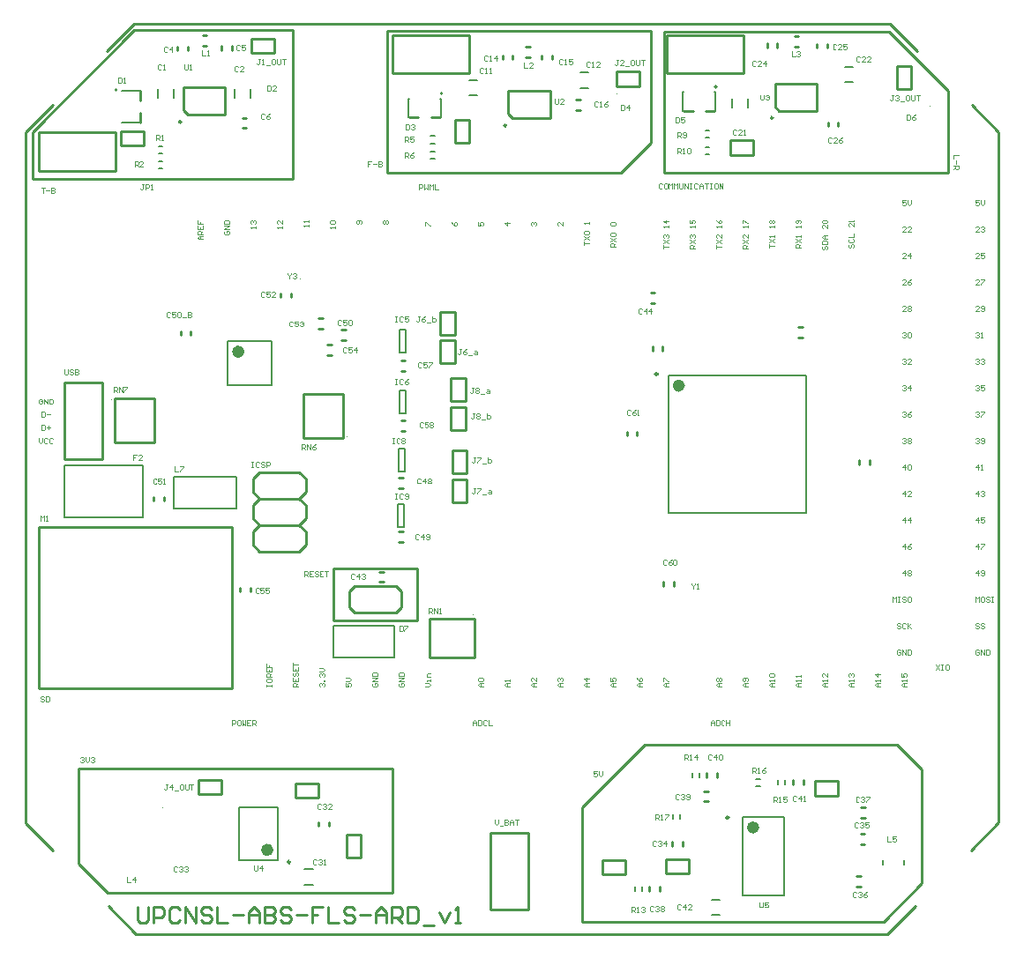
<source format=gto>
%FSLAX25Y25*%
%MOIN*%
G70*
G01*
G75*
G04 Layer_Color=16777215*
G04:AMPARAMS|DCode=10|XSize=23.62mil|YSize=35.43mil|CornerRadius=5.91mil|HoleSize=0mil|Usage=FLASHONLY|Rotation=0.000|XOffset=0mil|YOffset=0mil|HoleType=Round|Shape=RoundedRectangle|*
%AMROUNDEDRECTD10*
21,1,0.02362,0.02362,0,0,0.0*
21,1,0.01181,0.03543,0,0,0.0*
1,1,0.01181,0.00591,-0.01181*
1,1,0.01181,-0.00591,-0.01181*
1,1,0.01181,-0.00591,0.01181*
1,1,0.01181,0.00591,0.01181*
%
%ADD10ROUNDEDRECTD10*%
G04:AMPARAMS|DCode=11|XSize=23.62mil|YSize=35.43mil|CornerRadius=5.91mil|HoleSize=0mil|Usage=FLASHONLY|Rotation=270.000|XOffset=0mil|YOffset=0mil|HoleType=Round|Shape=RoundedRectangle|*
%AMROUNDEDRECTD11*
21,1,0.02362,0.02362,0,0,270.0*
21,1,0.01181,0.03543,0,0,270.0*
1,1,0.01181,-0.01181,-0.00591*
1,1,0.01181,-0.01181,0.00591*
1,1,0.01181,0.01181,0.00591*
1,1,0.01181,0.01181,-0.00591*
%
%ADD11ROUNDEDRECTD11*%
%ADD12R,0.01575X0.02165*%
%ADD13O,0.05512X0.01772*%
%ADD14O,0.08268X0.01772*%
%ADD15R,0.06102X0.05315*%
%ADD16R,0.06693X0.04331*%
%ADD17R,0.04331X0.06693*%
%ADD18R,0.02165X0.01575*%
%ADD19O,0.05709X0.02165*%
%ADD20O,0.05709X0.02165*%
%ADD21O,0.02165X0.05709*%
%ADD22O,0.02165X0.05709*%
%ADD23R,0.05906X0.12598*%
G04:AMPARAMS|DCode=24|XSize=86.61mil|YSize=248.03mil|CornerRadius=21.65mil|HoleSize=0mil|Usage=FLASHONLY|Rotation=270.000|XOffset=0mil|YOffset=0mil|HoleType=Round|Shape=RoundedRectangle|*
%AMROUNDEDRECTD24*
21,1,0.08661,0.20472,0,0,270.0*
21,1,0.04331,0.24803,0,0,270.0*
1,1,0.04331,-0.10236,-0.02165*
1,1,0.04331,-0.10236,0.02165*
1,1,0.04331,0.10236,0.02165*
1,1,0.04331,0.10236,-0.02165*
%
%ADD24ROUNDEDRECTD24*%
%ADD25R,0.08740X0.04449*%
%ADD26R,0.05512X0.03937*%
%ADD27R,0.02756X0.03543*%
%ADD28R,0.03543X0.02756*%
%ADD29R,0.03740X0.01772*%
%ADD30O,0.05709X0.01181*%
%ADD31O,0.01181X0.05709*%
%ADD32R,0.02559X0.06299*%
%ADD33O,0.03347X0.01575*%
%ADD34R,0.05906X0.03150*%
%ADD35R,0.07480X0.05512*%
%ADD36R,0.05512X0.05118*%
%ADD37O,0.01181X0.03937*%
%ADD38R,0.11201X0.06500*%
%ADD39R,0.05512X0.06299*%
%ADD40R,0.01772X0.03740*%
%ADD41O,0.05906X0.01181*%
%ADD42O,0.01181X0.05906*%
%ADD43R,0.05512X0.04331*%
%ADD44C,0.01969*%
%ADD45C,0.00787*%
%ADD46C,0.01575*%
%ADD47C,0.00984*%
%ADD48C,0.03543*%
G04:AMPARAMS|DCode=49|XSize=62.01mil|YSize=62.01mil|CornerRadius=0mil|HoleSize=0mil|Usage=FLASHONLY|Rotation=0.000|XOffset=0mil|YOffset=0mil|HoleType=Round|Shape=Octagon|*
%AMOCTAGOND49*
4,1,8,0.03100,-0.01550,0.03100,0.01550,0.01550,0.03100,-0.01550,0.03100,-0.03100,0.01550,-0.03100,-0.01550,-0.01550,-0.03100,0.01550,-0.03100,0.03100,-0.01550,0.0*
%
%ADD49OCTAGOND49*%

%ADD50C,0.19685*%
%ADD51C,0.06000*%
%ADD52C,0.05000*%
%ADD53C,0.00394*%
%ADD54C,0.02362*%
%ADD55C,0.01000*%
%ADD56C,0.00492*%
D45*
X39665Y324311D02*
G03*
X39665Y324311I-394J0D01*
G01*
X162598Y322933D02*
G03*
X162598Y322933I-394J0D01*
G01*
X266338Y325492D02*
G03*
X266338Y325492I-394J0D01*
G01*
X100295Y32972D02*
Y53051D01*
X85728Y32972D02*
Y53051D01*
Y32972D02*
X100295D01*
X85728Y53051D02*
X100295D01*
X276083Y19783D02*
X291831D01*
X276083Y49311D02*
X291831D01*
Y19783D02*
Y49311D01*
X276083Y19783D02*
Y49311D01*
X61122Y321457D02*
Y324606D01*
X55216Y321457D02*
Y324606D01*
X89960Y321457D02*
Y324606D01*
X84055Y321457D02*
Y324606D01*
X172736Y322244D02*
X175886D01*
X172736Y328150D02*
X175886D01*
X214665Y325098D02*
X217815D01*
X214665Y331004D02*
X217815D01*
X272047Y317717D02*
Y320866D01*
X277953Y317717D02*
Y320866D01*
X314567Y327165D02*
X317717D01*
X314567Y333071D02*
X317717D01*
X110433Y23720D02*
X113583D01*
X110433Y29626D02*
X113583D01*
X48327Y323917D02*
Y324114D01*
X41240Y311909D02*
Y312106D01*
X48327Y311909D02*
Y312106D01*
X41240Y323917D02*
Y324114D01*
X48327D01*
X41240Y311909D02*
X48327D01*
X161811Y313878D02*
X162008D01*
X149803Y320965D02*
X150000D01*
X149803Y313878D02*
X150000D01*
X161811Y320965D02*
X162008D01*
Y313878D02*
Y320965D01*
X149803Y313878D02*
Y320965D01*
X265551Y316437D02*
X265748D01*
X253543Y323524D02*
X253740D01*
X253543Y316437D02*
X253740D01*
X265551Y323524D02*
X265748D01*
Y316437D02*
Y323524D01*
X253543Y316437D02*
Y323524D01*
X49311Y172539D02*
Y182382D01*
X19783D02*
X49311D01*
X19783Y162697D02*
Y182382D01*
Y162697D02*
X49311D01*
Y172539D01*
X329193Y31299D02*
Y32874D01*
X337146Y31299D02*
Y32874D01*
X84646Y166142D02*
Y172047D01*
X61024Y166142D02*
X84646D01*
X61024D02*
Y177953D01*
X84646D01*
Y172047D02*
Y177953D01*
X55315Y303051D02*
X56890D01*
X55315Y300295D02*
X56890D01*
X55315Y294587D02*
X56890D01*
X55315Y297343D02*
X56890D01*
X158169Y306890D02*
X159744D01*
X158169Y304134D02*
X159744D01*
X158169Y298228D02*
X159744D01*
X158169Y300984D02*
X159744D01*
X261987Y308924D02*
X263562D01*
X261987Y306168D02*
X263562D01*
X261987Y299869D02*
X263562D01*
X261987Y302625D02*
X263562D01*
X238189Y21358D02*
Y22933D01*
X235433Y21358D02*
Y22933D01*
X259744Y64272D02*
Y65847D01*
X256988Y64272D02*
Y65847D01*
X289370Y61811D02*
Y63386D01*
X292126Y61811D02*
Y63386D01*
X281004Y60827D02*
X282579D01*
X281004Y63583D02*
X282579D01*
X249705Y48622D02*
Y50197D01*
X252461Y48622D02*
Y50197D01*
X81496Y212697D02*
Y229232D01*
X98032Y212697D02*
Y229232D01*
X81496D02*
X98032D01*
X81496Y212697D02*
X98032D01*
X146457Y225098D02*
Y233760D01*
X148819Y225098D02*
Y233760D01*
X146457D02*
X148819D01*
X146457Y225098D02*
X148819D01*
X146457Y201968D02*
Y210630D01*
X148819Y201968D02*
Y210630D01*
X146457D02*
X148819D01*
X146457Y201968D02*
X148819D01*
X145965Y180020D02*
Y188681D01*
X148327Y180020D02*
Y188681D01*
X145965D02*
X148327D01*
X145965Y180020D02*
X148327D01*
X145866Y159055D02*
Y167717D01*
X148228Y159055D02*
Y167717D01*
X145866D02*
X148228D01*
X145866Y159055D02*
X148228D01*
X144390Y109744D02*
Y115650D01*
X121555Y109744D02*
X144390D01*
X121555D02*
Y121555D01*
X144390D01*
Y115650D02*
Y121555D01*
X247984Y164443D02*
Y216411D01*
X299952Y164443D02*
Y216411D01*
X247984D02*
X299952D01*
X247984Y164443D02*
X299952D01*
X264370Y12205D02*
X267520D01*
X264370Y18110D02*
X267520D01*
D47*
X105118Y32283D02*
G03*
X105118Y32283I-492J0D01*
G01*
X270866Y49114D02*
G03*
X270866Y49114I-492J0D01*
G01*
X243948Y216805D02*
G03*
X243948Y216805I-492J0D01*
G01*
D53*
X346949Y318307D02*
G03*
X346949Y318307I-197J0D01*
G01*
X108858Y252756D02*
G03*
X108858Y252756I-197J0D01*
G01*
X94094Y330709D02*
G03*
X94094Y330709I-197J0D01*
G01*
X228642Y322933D02*
G03*
X228642Y322933I-197J0D01*
G01*
X57185Y52953D02*
G03*
X57185Y52953I-197J0D01*
G01*
X37598Y207283D02*
G03*
X37598Y207283I-197J0D01*
G01*
X255413Y147441D02*
G03*
X255413Y147441I-197J0D01*
G01*
X174311Y125886D02*
G03*
X174311Y125886I-197J0D01*
G01*
X126575Y193012D02*
G03*
X126575Y193012I-197J0D01*
G01*
D54*
X97539Y36909D02*
G03*
X97539Y36909I-1181J0D01*
G01*
X281201Y45374D02*
G03*
X281201Y45374I-1181J0D01*
G01*
X86614Y225295D02*
G03*
X86614Y225295I-1181J0D01*
G01*
X253102Y212474D02*
G03*
X253102Y212474I-1181J0D01*
G01*
D55*
X63878Y312205D02*
G03*
X63878Y312205I-394J0D01*
G01*
X186713Y310925D02*
G03*
X186713Y310925I-394J0D01*
G01*
X287500Y313681D02*
G03*
X287500Y313681I-394J0D01*
G01*
X35827Y338976D02*
X46063Y349213D01*
X331890D01*
X342126Y338976D01*
X362598Y318504D02*
X372835Y308268D01*
Y47164D02*
Y308268D01*
X362323Y36653D02*
X372835Y47164D01*
X330789Y5118D02*
X341300Y15630D01*
X46850Y5118D02*
X330789D01*
X36417Y15551D02*
X46850Y5118D01*
X15354Y36614D02*
Y36614D01*
X5118Y46850D02*
X15354Y36614D01*
X5118Y46850D02*
Y308268D01*
X15354Y318504D01*
X215354Y52953D02*
X222835Y60433D01*
X215354Y9744D02*
Y52953D01*
X239075Y76673D02*
X334252D01*
X222835Y60433D02*
X239075Y76673D01*
X215354Y9744D02*
X329232D01*
X343701Y24213D01*
Y67224D01*
X90551Y338189D02*
Y343701D01*
Y338189D02*
X99212D01*
Y343701D01*
X90551D02*
X99212D01*
X334252Y333169D02*
X339764D01*
X334252Y324508D02*
Y333169D01*
Y324508D02*
X339764D01*
Y333169D01*
X228248Y325787D02*
Y331299D01*
Y325787D02*
X236909D01*
Y331299D01*
X228248D02*
X236909D01*
X70374Y57972D02*
Y63484D01*
Y57972D02*
X79035D01*
Y63484D01*
X70374D02*
X79035D01*
X35925Y20571D02*
X143602D01*
X25000Y31496D02*
X35925Y20571D01*
X25000Y31496D02*
Y67815D01*
X46161Y347047D02*
X47441D01*
X7579Y308465D02*
X46161Y347047D01*
X7579Y290650D02*
Y308465D01*
Y290650D02*
X7677Y290551D01*
X46161Y347047D02*
X106004D01*
X306311Y346457D02*
X331299D01*
X353642Y324114D01*
Y293078D02*
Y324114D01*
X279921Y299803D02*
Y305315D01*
X271260D02*
X279921D01*
X271260Y299803D02*
Y305315D01*
Y299803D02*
X279921D01*
X230118Y293012D02*
X241338Y304232D01*
X141831Y293012D02*
X230118D01*
X49606Y303248D02*
Y308760D01*
X40945D02*
X49606D01*
X40945Y303248D02*
Y308760D01*
Y303248D02*
X49606D01*
X167323Y304429D02*
X172835D01*
Y313091D01*
X167323D02*
X172835D01*
X167323Y304429D02*
Y313091D01*
X245965Y136811D02*
Y138386D01*
X249902Y136811D02*
Y138386D01*
X232283Y193504D02*
Y195079D01*
X236221Y193504D02*
Y195079D01*
X19642Y184732D02*
X34142D01*
Y213732D01*
X19642D02*
X34142D01*
X19642Y184732D02*
Y213732D01*
X223228Y27559D02*
Y33071D01*
Y27559D02*
X231890D01*
Y33071D01*
X223228D02*
X231890D01*
X312205Y57480D02*
Y62992D01*
X303543D02*
X312205D01*
X303543Y57480D02*
Y62992D01*
Y57480D02*
X312205D01*
X255709Y27854D02*
Y33366D01*
X247047D02*
X255709D01*
X247047Y27854D02*
Y33366D01*
Y27854D02*
X255709D01*
X126279Y42815D02*
X131791D01*
X126279Y34154D02*
Y42815D01*
Y34154D02*
X131791D01*
Y42815D01*
X107185Y56496D02*
Y62008D01*
Y56496D02*
X115847D01*
Y62008D01*
X107185D02*
X115847D01*
X83071Y339370D02*
Y340945D01*
X79134Y339370D02*
Y340945D01*
X66437Y339173D02*
Y340748D01*
X62500Y339173D02*
Y340748D01*
X86909Y313780D02*
X88484D01*
X86909Y309842D02*
X88484D01*
X189173Y335827D02*
Y337402D01*
X185236Y335827D02*
Y337402D01*
X204134Y335827D02*
Y337402D01*
X200197Y335827D02*
Y337402D01*
X213090Y320669D02*
X214665D01*
X213090Y316732D02*
X214665D01*
X289173Y340354D02*
Y341929D01*
X285236Y340354D02*
Y341929D01*
X307972Y340158D02*
Y341732D01*
X304035Y340158D02*
Y341732D01*
X312205Y310531D02*
Y312106D01*
X308268Y310531D02*
Y312106D01*
X115847Y45866D02*
Y47441D01*
X119783Y45866D02*
Y47441D01*
X249311Y38386D02*
Y39961D01*
X253248Y38386D02*
Y39961D01*
X320571Y42913D02*
X322146D01*
X320571Y38976D02*
X322146D01*
X319193Y27067D02*
X320768D01*
X319193Y23130D02*
X320768D01*
X320768Y52854D02*
X322342D01*
X320768Y48917D02*
X322342D01*
X244685Y21358D02*
Y22933D01*
X240748Y21358D02*
Y22933D01*
X261516Y55217D02*
X263090D01*
X261516Y59154D02*
X263090D01*
X266240Y64272D02*
Y65847D01*
X262303Y64272D02*
Y65847D01*
X299016Y61811D02*
Y63386D01*
X295079Y61811D02*
Y63386D01*
X138878Y138189D02*
X140453D01*
X138878Y142126D02*
X140453D01*
X241240Y243602D02*
X242815D01*
X241240Y247539D02*
X242815D01*
X297047Y234744D02*
X298622D01*
X297047Y230807D02*
X298622D01*
X241929Y225787D02*
Y227362D01*
X245866Y225787D02*
Y227362D01*
X320079Y182677D02*
Y184252D01*
X324016Y182677D02*
Y184252D01*
X146063Y177756D02*
X147638D01*
X146063Y173819D02*
X147638D01*
X146063Y157284D02*
X147638D01*
X146063Y153347D02*
X147638D01*
X124409Y233563D02*
X125984D01*
X124409Y229626D02*
X125984D01*
X57480Y168898D02*
Y170472D01*
X53543Y168898D02*
Y170472D01*
X48327Y312106D02*
Y315650D01*
Y320374D02*
Y323917D01*
X150000Y313878D02*
X153543D01*
X158268D02*
X161811D01*
X253740Y316437D02*
X257283D01*
X262008D02*
X265551D01*
X93563Y159705D02*
X108563D01*
X93563Y169705D02*
X108563D01*
X91063Y177205D02*
X93563Y179705D01*
X91063Y172205D02*
Y177205D01*
Y172205D02*
X93563Y169705D01*
X91063Y167205D02*
X93563Y169705D01*
X91063Y162205D02*
Y167205D01*
Y162205D02*
X93563Y159705D01*
X91063Y157205D02*
X93563Y159705D01*
X91063Y152205D02*
Y157205D01*
Y152205D02*
X93563Y149705D01*
X108563D01*
X111063Y152205D01*
Y157205D01*
X108563Y159705D02*
X111063Y157205D01*
X108563Y159705D02*
X111063Y162205D01*
Y167205D01*
X108563Y169705D02*
X111063Y167205D01*
X108563Y169705D02*
X111063Y172205D01*
Y177205D01*
X108563Y179705D02*
X111063Y177205D01*
X93563Y179705D02*
X108563D01*
X71949Y341043D02*
X73523D01*
X71949Y344980D02*
X73523D01*
X194094Y336614D02*
X195669D01*
X194094Y340551D02*
X195669D01*
X295571Y340650D02*
X297146D01*
X295571Y344587D02*
X297146D01*
X38878Y207776D02*
X53642D01*
Y191043D02*
Y207776D01*
X38878Y191043D02*
X53642D01*
X38878D02*
Y207776D01*
X86024Y134547D02*
Y136122D01*
X89961Y134547D02*
Y136122D01*
X195122Y14220D02*
Y43220D01*
X180622Y14220D02*
X195122D01*
X180622D02*
Y43220D01*
X195122D01*
X10088Y98108D02*
Y159131D01*
X10088D02*
X82923D01*
Y100076D02*
Y159131D01*
X10088Y98108D02*
X80954D01*
X82923D02*
Y100076D01*
X80954Y98108D02*
X82923D01*
X64665Y316535D02*
Y325197D01*
Y316535D02*
X66240Y314961D01*
X80413D01*
X64665Y325197D02*
X80413D01*
Y314961D02*
Y325197D01*
X187500Y315256D02*
Y323917D01*
Y315256D02*
X189075Y313681D01*
X203248D01*
X187500Y323917D02*
X203248D01*
Y313681D02*
Y323917D01*
X288287Y318012D02*
Y326673D01*
Y318012D02*
X289862Y316437D01*
X304035D01*
X288287Y326673D02*
X304035D01*
Y316437D02*
Y326673D01*
X143886Y345024D02*
X172886D01*
Y330524D02*
Y345024D01*
X143886Y330524D02*
X172886D01*
X143886D02*
Y345024D01*
X247507D02*
X276507D01*
Y330524D02*
Y345024D01*
X247507Y330524D02*
X276507D01*
X247507D02*
Y345024D01*
X10185Y293756D02*
X39185D01*
X10185D02*
Y308256D01*
X39185D01*
Y293756D02*
Y308256D01*
X121555Y143209D02*
X153051D01*
Y123524D02*
Y143209D01*
X121555Y123524D02*
X153051D01*
X121555D02*
Y143209D01*
X25000Y67815D02*
X143602D01*
Y20571D02*
Y67815D01*
X334252Y76673D02*
X343701Y67224D01*
X106004Y290551D02*
Y347047D01*
X14173Y290551D02*
X106004D01*
X7677D02*
X14173D01*
X141831Y346654D02*
X241338D01*
X141831Y293012D02*
Y346654D01*
X241338Y304232D02*
Y346654D01*
X246239Y346457D02*
X306311D01*
X246239Y293078D02*
X353642D01*
X246239D02*
Y346457D01*
X174606Y109646D02*
Y124409D01*
X157874Y109646D02*
X174606D01*
X157874D02*
Y124409D01*
X174606D01*
X115748Y238090D02*
X117323D01*
X115748Y234154D02*
X117323D01*
X101378Y245866D02*
Y247441D01*
X105315Y245866D02*
Y247441D01*
X63583Y231496D02*
Y233071D01*
X67520Y231496D02*
Y233071D01*
X119095Y227854D02*
X120669D01*
X119095Y223917D02*
X120669D01*
X110138Y192520D02*
X124901D01*
X110138D02*
Y209252D01*
X124901D01*
Y192520D02*
Y209252D01*
X146949Y199311D02*
X148524D01*
X146949Y195374D02*
X148524D01*
X146949Y222047D02*
X148524D01*
X146949Y218110D02*
X148524D01*
X171358Y195768D02*
Y204429D01*
X165847Y195768D02*
X171358D01*
X165847D02*
Y204429D01*
X171358D01*
X171752Y168209D02*
Y176870D01*
X166240Y168209D02*
X171752D01*
X166240D02*
Y176870D01*
X171752D01*
X166240Y179331D02*
Y187992D01*
X171752D01*
Y179331D02*
Y187992D01*
X166240Y179331D02*
X171752D01*
X165847Y206594D02*
Y215256D01*
X171358D01*
Y206594D02*
Y215256D01*
X165847Y206594D02*
X171358D01*
X161811Y231791D02*
Y240453D01*
X167323D01*
Y231791D02*
Y240453D01*
X161811Y231791D02*
X167323D01*
Y220866D02*
Y229528D01*
X161811Y220866D02*
X167323D01*
X161811D02*
Y229528D01*
X167323D01*
X129429Y136516D02*
X145177D01*
X127461Y134547D02*
X129429Y136516D01*
X127461Y128642D02*
Y134547D01*
X129429Y126673D02*
X145177D01*
X127461Y128642D02*
X129429Y126673D01*
X145177Y136516D02*
X147146Y134547D01*
Y128642D02*
Y134547D01*
X145177Y126673D02*
X147146Y128642D01*
X47441Y15348D02*
Y10350D01*
X48441Y9350D01*
X50440D01*
X51440Y10350D01*
Y15348D01*
X53439Y9350D02*
Y15348D01*
X56438D01*
X57438Y14349D01*
Y12349D01*
X56438Y11350D01*
X53439D01*
X63436Y14349D02*
X62436Y15348D01*
X60437D01*
X59437Y14349D01*
Y10350D01*
X60437Y9350D01*
X62436D01*
X63436Y10350D01*
X65435Y9350D02*
Y15348D01*
X69434Y9350D01*
Y15348D01*
X75432Y14349D02*
X74432Y15348D01*
X72433D01*
X71433Y14349D01*
Y13349D01*
X72433Y12349D01*
X74432D01*
X75432Y11350D01*
Y10350D01*
X74432Y9350D01*
X72433D01*
X71433Y10350D01*
X77431Y15348D02*
Y9350D01*
X81430D01*
X83429Y12349D02*
X87428D01*
X89427Y9350D02*
Y13349D01*
X91427Y15348D01*
X93426Y13349D01*
Y9350D01*
Y12349D01*
X89427D01*
X95425Y15348D02*
Y9350D01*
X98425D01*
X99424Y10350D01*
Y11350D01*
X98425Y12349D01*
X95425D01*
X98425D01*
X99424Y13349D01*
Y14349D01*
X98425Y15348D01*
X95425D01*
X105422Y14349D02*
X104422Y15348D01*
X102423D01*
X101424Y14349D01*
Y13349D01*
X102423Y12349D01*
X104422D01*
X105422Y11350D01*
Y10350D01*
X104422Y9350D01*
X102423D01*
X101424Y10350D01*
X107422Y12349D02*
X111420D01*
X117418Y15348D02*
X113420D01*
Y12349D01*
X115419D01*
X113420D01*
Y9350D01*
X119418Y15348D02*
Y9350D01*
X123416D01*
X129414Y14349D02*
X128415Y15348D01*
X126415D01*
X125416Y14349D01*
Y13349D01*
X126415Y12349D01*
X128415D01*
X129414Y11350D01*
Y10350D01*
X128415Y9350D01*
X126415D01*
X125416Y10350D01*
X131414Y12349D02*
X135413D01*
X137412Y9350D02*
Y13349D01*
X139411Y15348D01*
X141411Y13349D01*
Y9350D01*
Y12349D01*
X137412D01*
X143410Y9350D02*
Y15348D01*
X146409D01*
X147409Y14349D01*
Y12349D01*
X146409Y11350D01*
X143410D01*
X145409D02*
X147409Y9350D01*
X149408Y15348D02*
Y9350D01*
X152407D01*
X153407Y10350D01*
Y14349D01*
X152407Y15348D01*
X149408D01*
X155406Y8351D02*
X159405D01*
X161404Y13349D02*
X163403Y9350D01*
X165403Y13349D01*
X167402Y9350D02*
X169402D01*
X168402D01*
Y15348D01*
X167402Y14349D01*
D56*
X10138Y192716D02*
Y191404D01*
X10794Y190748D01*
X11450Y191404D01*
Y192716D01*
X13418Y192388D02*
X13090Y192716D01*
X12434D01*
X12106Y192388D01*
Y191076D01*
X12434Y190748D01*
X13090D01*
X13418Y191076D01*
X15385Y192388D02*
X15057Y192716D01*
X14401D01*
X14074Y192388D01*
Y191076D01*
X14401Y190748D01*
X15057D01*
X15385Y191076D01*
X11122Y197637D02*
Y195670D01*
X12106D01*
X12434Y195998D01*
Y197310D01*
X12106Y197637D01*
X11122D01*
X13090Y196653D02*
X14401D01*
X13746Y197310D02*
Y195998D01*
X11122Y202559D02*
Y200591D01*
X12106D01*
X12434Y200919D01*
Y202231D01*
X12106Y202559D01*
X11122D01*
X13090Y201575D02*
X14401D01*
X11450Y207152D02*
X11122Y207480D01*
X10466D01*
X10138Y207152D01*
Y205840D01*
X10466Y205512D01*
X11122D01*
X11450Y205840D01*
Y206496D01*
X10794D01*
X12106Y205512D02*
Y207480D01*
X13418Y205512D01*
Y207480D01*
X14074D02*
Y205512D01*
X15057D01*
X15385Y205840D01*
Y207152D01*
X15057Y207480D01*
X14074D01*
X233607Y202934D02*
X233279Y203262D01*
X232623D01*
X232295Y202934D01*
Y201622D01*
X232623Y201294D01*
X233279D01*
X233607Y201622D01*
X235575Y203262D02*
X234919Y202934D01*
X234263Y202278D01*
Y201622D01*
X234591Y201294D01*
X235247D01*
X235575Y201622D01*
Y201950D01*
X235247Y202278D01*
X234263D01*
X236231Y201294D02*
X236887D01*
X236559D01*
Y203262D01*
X236231Y202934D01*
X247272Y146301D02*
X246944Y146629D01*
X246288D01*
X245960Y146301D01*
Y144989D01*
X246288Y144661D01*
X246944D01*
X247272Y144989D01*
X249240Y146629D02*
X248584Y146301D01*
X247928Y145645D01*
Y144989D01*
X248256Y144661D01*
X248912D01*
X249240Y144989D01*
Y145317D01*
X248912Y145645D01*
X247928D01*
X249896Y146301D02*
X250223Y146629D01*
X250880D01*
X251207Y146301D01*
Y144989D01*
X250880Y144661D01*
X250223D01*
X249896Y144989D01*
Y146301D01*
X19667Y218732D02*
Y217092D01*
X19995Y216765D01*
X20651D01*
X20979Y217092D01*
Y218732D01*
X22947Y218404D02*
X22619Y218732D01*
X21963D01*
X21635Y218404D01*
Y218076D01*
X21963Y217748D01*
X22619D01*
X22947Y217421D01*
Y217092D01*
X22619Y216765D01*
X21963D01*
X21635Y217092D01*
X23603Y218732D02*
Y216765D01*
X24587D01*
X24915Y217092D01*
Y217421D01*
X24587Y217748D01*
X23603D01*
X24587D01*
X24915Y218076D01*
Y218404D01*
X24587Y218732D01*
X23603D01*
X282382Y17125D02*
Y15485D01*
X282710Y15157D01*
X283366D01*
X283694Y15485D01*
Y17125D01*
X285662D02*
X284350D01*
Y16141D01*
X285006Y16469D01*
X285334D01*
X285662Y16141D01*
Y15485D01*
X285334Y15157D01*
X284678D01*
X284350Y15485D01*
X104134Y255118D02*
Y254790D01*
X104790Y254134D01*
X105446Y254790D01*
Y255118D01*
X104790Y254134D02*
Y253150D01*
X106102Y254790D02*
X106430Y255118D01*
X107086D01*
X107414Y254790D01*
Y254462D01*
X107086Y254134D01*
X106758D01*
X107086D01*
X107414Y253806D01*
Y253478D01*
X107086Y253150D01*
X106430D01*
X106102Y253478D01*
X110335Y140354D02*
Y142322D01*
X111319D01*
X111647Y141994D01*
Y141338D01*
X111319Y141010D01*
X110335D01*
X110991D02*
X111647Y140354D01*
X113614Y142322D02*
X112302D01*
Y140354D01*
X113614D01*
X112302Y141338D02*
X112959D01*
X115582Y141994D02*
X115254Y142322D01*
X114598D01*
X114270Y141994D01*
Y141666D01*
X114598Y141338D01*
X115254D01*
X115582Y141010D01*
Y140682D01*
X115254Y140354D01*
X114598D01*
X114270Y140682D01*
X117550Y142322D02*
X116238D01*
Y140354D01*
X117550D01*
X116238Y141338D02*
X116894D01*
X118206Y142322D02*
X119518D01*
X118862D01*
Y140354D01*
X58694Y61712D02*
X58038D01*
X58366D01*
Y60072D01*
X58038Y59744D01*
X57710D01*
X57382Y60072D01*
X60334Y59744D02*
Y61712D01*
X59350Y60728D01*
X60662D01*
X61318Y59416D02*
X62629D01*
X64269Y61712D02*
X63613D01*
X63285Y61384D01*
Y60072D01*
X63613Y59744D01*
X64269D01*
X64597Y60072D01*
Y61384D01*
X64269Y61712D01*
X65253D02*
Y60072D01*
X65581Y59744D01*
X66237D01*
X66565Y60072D01*
Y61712D01*
X67221D02*
X68533D01*
X67877D01*
Y59744D01*
X333202Y322342D02*
X332546D01*
X332874D01*
Y320702D01*
X332546Y320374D01*
X332218D01*
X331890Y320702D01*
X333858Y322014D02*
X334186Y322342D01*
X334842D01*
X335170Y322014D01*
Y321686D01*
X334842Y321358D01*
X334514D01*
X334842D01*
X335170Y321030D01*
Y320702D01*
X334842Y320374D01*
X334186D01*
X333858Y320702D01*
X335825Y320046D02*
X337137D01*
X338777Y322342D02*
X338121D01*
X337793Y322014D01*
Y320702D01*
X338121Y320374D01*
X338777D01*
X339105Y320702D01*
Y322014D01*
X338777Y322342D01*
X339761D02*
Y320702D01*
X340089Y320374D01*
X340745D01*
X341073Y320702D01*
Y322342D01*
X341729D02*
X343041D01*
X342385D01*
Y320374D01*
X174737Y201869D02*
X174081D01*
X174409D01*
Y200230D01*
X174081Y199902D01*
X173753D01*
X173425Y200230D01*
X175393Y201541D02*
X175721Y201869D01*
X176377D01*
X176705Y201541D01*
Y201214D01*
X176377Y200886D01*
X176705Y200557D01*
Y200230D01*
X176377Y199902D01*
X175721D01*
X175393Y200230D01*
Y200557D01*
X175721Y200886D01*
X175393Y201214D01*
Y201541D01*
X175721Y200886D02*
X176377D01*
X177361Y199574D02*
X178673D01*
X179329Y201869D02*
Y199902D01*
X180313D01*
X180641Y200230D01*
Y200557D01*
Y200886D01*
X180313Y201214D01*
X179329D01*
X174442Y211712D02*
X173786D01*
X174114D01*
Y210072D01*
X173786Y209744D01*
X173458D01*
X173130Y210072D01*
X175098Y211384D02*
X175426Y211712D01*
X176082D01*
X176410Y211384D01*
Y211056D01*
X176082Y210728D01*
X176410Y210400D01*
Y210072D01*
X176082Y209744D01*
X175426D01*
X175098Y210072D01*
Y210400D01*
X175426Y210728D01*
X175098Y211056D01*
Y211384D01*
X175426Y210728D02*
X176082D01*
X177066Y209416D02*
X178377D01*
X179361Y211056D02*
X180017D01*
X180345Y210728D01*
Y209744D01*
X179361D01*
X179034Y210072D01*
X179361Y210400D01*
X180345D01*
X229166Y335629D02*
X228510D01*
X228838D01*
Y333989D01*
X228510Y333661D01*
X228182D01*
X227854Y333989D01*
X231134Y333661D02*
X229822D01*
X231134Y334973D01*
Y335301D01*
X230806Y335629D01*
X230150D01*
X229822Y335301D01*
X231790Y333333D02*
X233102D01*
X234742Y335629D02*
X234086D01*
X233758Y335301D01*
Y333989D01*
X234086Y333661D01*
X234742D01*
X235070Y333989D01*
Y335301D01*
X234742Y335629D01*
X235726D02*
Y333989D01*
X236054Y333661D01*
X236710D01*
X237038Y333989D01*
Y335629D01*
X237694D02*
X239005D01*
X238350D01*
Y333661D01*
X175131Y185432D02*
X174475D01*
X174803D01*
Y183793D01*
X174475Y183465D01*
X174147D01*
X173819Y183793D01*
X175787Y185432D02*
X177099D01*
Y185105D01*
X175787Y183793D01*
Y183465D01*
X177755Y183137D02*
X179067D01*
X179722Y185432D02*
Y183465D01*
X180706D01*
X181034Y183793D01*
Y184121D01*
Y184449D01*
X180706Y184776D01*
X179722D01*
X175131Y173720D02*
X174475D01*
X174803D01*
Y172080D01*
X174475Y171752D01*
X174147D01*
X173819Y172080D01*
X175787Y173720D02*
X177099D01*
Y173392D01*
X175787Y172080D01*
Y171752D01*
X177755Y171424D02*
X179067D01*
X180051Y173064D02*
X180706D01*
X181034Y172736D01*
Y171752D01*
X180051D01*
X179722Y172080D01*
X180051Y172408D01*
X181034D01*
X93832Y335826D02*
X93176D01*
X93504D01*
Y334186D01*
X93176Y333858D01*
X92848D01*
X92520Y334186D01*
X94488Y333858D02*
X95144D01*
X94815D01*
Y335826D01*
X94488Y335498D01*
X96127Y333530D02*
X97439D01*
X99079Y335826D02*
X98423D01*
X98095Y335498D01*
Y334186D01*
X98423Y333858D01*
X99079D01*
X99407Y334186D01*
Y335498D01*
X99079Y335826D01*
X100063D02*
Y334186D01*
X100391Y333858D01*
X101047D01*
X101375Y334186D01*
Y335826D01*
X102031D02*
X103343D01*
X102687D01*
Y333858D01*
X154068Y238582D02*
X153412D01*
X153740D01*
Y236942D01*
X153412Y236614D01*
X153084D01*
X152756Y236942D01*
X156036Y238582D02*
X155380Y238254D01*
X154724Y237598D01*
Y236942D01*
X155052Y236614D01*
X155708D01*
X156036Y236942D01*
Y237270D01*
X155708Y237598D01*
X154724D01*
X156692Y236286D02*
X158003D01*
X158660Y238582D02*
Y236614D01*
X159643D01*
X159971Y236942D01*
Y237270D01*
Y237598D01*
X159643Y237926D01*
X158660D01*
X169816Y226181D02*
X169160D01*
X169488D01*
Y224541D01*
X169160Y224213D01*
X168832D01*
X168504Y224541D01*
X171784Y226181D02*
X171128Y225852D01*
X170472Y225197D01*
Y224541D01*
X170800Y224213D01*
X171456D01*
X171784Y224541D01*
Y224869D01*
X171456Y225197D01*
X170472D01*
X172440Y223885D02*
X173752D01*
X174735Y225524D02*
X175391D01*
X175719Y225197D01*
Y224213D01*
X174735D01*
X174407Y224541D01*
X174735Y224869D01*
X175719D01*
X56528Y333727D02*
X56200Y334054D01*
X55544D01*
X55216Y333727D01*
Y332415D01*
X55544Y332087D01*
X56200D01*
X56528Y332415D01*
X57184Y332087D02*
X57840D01*
X57512D01*
Y334054D01*
X57184Y333727D01*
X86154Y341108D02*
X85826Y341436D01*
X85171D01*
X84842Y341108D01*
Y339796D01*
X85171Y339469D01*
X85826D01*
X86154Y339796D01*
X88122Y341436D02*
X86810D01*
Y340453D01*
X87466Y340780D01*
X87794D01*
X88122Y340453D01*
Y339796D01*
X87794Y339469D01*
X87138D01*
X86810Y339796D01*
X58595Y340420D02*
X58267Y340747D01*
X57611D01*
X57283Y340420D01*
Y339107D01*
X57611Y338780D01*
X58267D01*
X58595Y339107D01*
X60235Y338780D02*
Y340747D01*
X59251Y339763D01*
X60563D01*
X95308Y314927D02*
X94980Y315255D01*
X94324D01*
X93996Y314927D01*
Y313615D01*
X94324Y313287D01*
X94980D01*
X95308Y313615D01*
X97276Y315255D02*
X96620Y314927D01*
X95964Y314271D01*
Y313615D01*
X96292Y313287D01*
X96948D01*
X97276Y313615D01*
Y313943D01*
X96948Y314271D01*
X95964D01*
X85465Y333038D02*
X85137Y333366D01*
X84481D01*
X84153Y333038D01*
Y331726D01*
X84481Y331398D01*
X85137D01*
X85465Y331726D01*
X87433Y331398D02*
X86121D01*
X87433Y332710D01*
Y333038D01*
X87105Y333366D01*
X86449D01*
X86121Y333038D01*
X177985Y332250D02*
X177657Y332578D01*
X177001D01*
X176673Y332250D01*
Y330938D01*
X177001Y330610D01*
X177657D01*
X177985Y330938D01*
X178641Y330610D02*
X179297D01*
X178969D01*
Y332578D01*
X178641Y332250D01*
X180281Y330610D02*
X180937D01*
X180609D01*
Y332578D01*
X180281Y332250D01*
X218438Y334612D02*
X218110Y334940D01*
X217454D01*
X217126Y334612D01*
Y333300D01*
X217454Y332973D01*
X218110D01*
X218438Y333300D01*
X219094Y332973D02*
X219750D01*
X219422D01*
Y334940D01*
X219094Y334612D01*
X222046Y332973D02*
X220734D01*
X222046Y334284D01*
Y334612D01*
X221718Y334940D01*
X221062D01*
X220734Y334612D01*
X179658Y336975D02*
X179330Y337302D01*
X178674D01*
X178346Y336975D01*
Y335663D01*
X178674Y335335D01*
X179330D01*
X179658Y335663D01*
X180314Y335335D02*
X180970D01*
X180642D01*
Y337302D01*
X180314Y336975D01*
X182938Y335335D02*
Y337302D01*
X181954Y336319D01*
X183266D01*
X208202Y335695D02*
X207874Y336023D01*
X207218D01*
X206890Y335695D01*
Y334383D01*
X207218Y334055D01*
X207874D01*
X208202Y334383D01*
X208858Y334055D02*
X209513D01*
X209186D01*
Y336023D01*
X208858Y335695D01*
X211809Y336023D02*
X210497D01*
Y335039D01*
X211153Y335367D01*
X211481D01*
X211809Y335039D01*
Y334383D01*
X211481Y334055D01*
X210825D01*
X210497Y334383D01*
X221292Y319553D02*
X220964Y319881D01*
X220308D01*
X219980Y319553D01*
Y318241D01*
X220308Y317913D01*
X220964D01*
X221292Y318241D01*
X221948Y317913D02*
X222604D01*
X222276D01*
Y319881D01*
X221948Y319553D01*
X224900Y319881D02*
X224244Y319553D01*
X223588Y318897D01*
Y318241D01*
X223916Y317913D01*
X224572D01*
X224900Y318241D01*
Y318569D01*
X224572Y318897D01*
X223588D01*
X273654Y309120D02*
X273326Y309448D01*
X272670D01*
X272342Y309120D01*
Y307808D01*
X272670Y307480D01*
X273326D01*
X273654Y307808D01*
X275622Y307480D02*
X274310D01*
X275622Y308792D01*
Y309120D01*
X275294Y309448D01*
X274638D01*
X274310Y309120D01*
X276278Y307480D02*
X276934D01*
X276606D01*
Y309448D01*
X276278Y309120D01*
X320505Y336679D02*
X320177Y337007D01*
X319521D01*
X319193Y336679D01*
Y335367D01*
X319521Y335039D01*
X320177D01*
X320505Y335367D01*
X322473Y335039D02*
X321161D01*
X322473Y336351D01*
Y336679D01*
X322145Y337007D01*
X321489D01*
X321161Y336679D01*
X324441Y335039D02*
X323129D01*
X324441Y336351D01*
Y336679D01*
X324113Y337007D01*
X323457D01*
X323129Y336679D01*
X281135Y335006D02*
X280807Y335334D01*
X280151D01*
X279823Y335006D01*
Y333694D01*
X280151Y333366D01*
X280807D01*
X281135Y333694D01*
X283103Y333366D02*
X281791D01*
X283103Y334678D01*
Y335006D01*
X282775Y335334D01*
X282119D01*
X281791Y335006D01*
X284742Y333366D02*
Y335334D01*
X283758Y334350D01*
X285070D01*
X311548Y341404D02*
X311220Y341732D01*
X310564D01*
X310236Y341404D01*
Y340092D01*
X310564Y339764D01*
X311220D01*
X311548Y340092D01*
X313516Y339764D02*
X312204D01*
X313516Y341076D01*
Y341404D01*
X313188Y341732D01*
X312532D01*
X312204Y341404D01*
X315484Y341732D02*
X314172D01*
Y340748D01*
X314828Y341076D01*
X315156D01*
X315484Y340748D01*
Y340092D01*
X315156Y339764D01*
X314500D01*
X314172Y340092D01*
X309875Y305971D02*
X309547Y306299D01*
X308891D01*
X308563Y305971D01*
Y304659D01*
X308891Y304331D01*
X309547D01*
X309875Y304659D01*
X311843Y304331D02*
X310531D01*
X311843Y305643D01*
Y305971D01*
X311515Y306299D01*
X310859D01*
X310531Y305971D01*
X313811Y306299D02*
X313155Y305971D01*
X312499Y305315D01*
Y304659D01*
X312827Y304331D01*
X313483D01*
X313811Y304659D01*
Y304987D01*
X313483Y305315D01*
X312499D01*
X115091Y32841D02*
X114763Y33169D01*
X114108D01*
X113779Y32841D01*
Y31529D01*
X114108Y31201D01*
X114763D01*
X115091Y31529D01*
X115747Y32841D02*
X116075Y33169D01*
X116731D01*
X117059Y32841D01*
Y32513D01*
X116731Y32185D01*
X116403D01*
X116731D01*
X117059Y31857D01*
Y31529D01*
X116731Y31201D01*
X116075D01*
X115747Y31529D01*
X117715Y31201D02*
X118371D01*
X118043D01*
Y33169D01*
X117715Y32841D01*
X116863Y53904D02*
X116535Y54232D01*
X115879D01*
X115551Y53904D01*
Y52592D01*
X115879Y52264D01*
X116535D01*
X116863Y52592D01*
X117519Y53904D02*
X117847Y54232D01*
X118503D01*
X118831Y53904D01*
Y53576D01*
X118503Y53248D01*
X118175D01*
X118503D01*
X118831Y52920D01*
Y52592D01*
X118503Y52264D01*
X117847D01*
X117519Y52592D01*
X120799Y52264D02*
X119487D01*
X120799Y53576D01*
Y53904D01*
X120471Y54232D01*
X119815D01*
X119487Y53904D01*
X62532Y30282D02*
X62204Y30610D01*
X61549D01*
X61221Y30282D01*
Y28970D01*
X61549Y28642D01*
X62204D01*
X62532Y28970D01*
X63188Y30282D02*
X63516Y30610D01*
X64172D01*
X64500Y30282D01*
Y29954D01*
X64172Y29626D01*
X63844D01*
X64172D01*
X64500Y29298D01*
Y28970D01*
X64172Y28642D01*
X63516D01*
X63188Y28970D01*
X65156Y30282D02*
X65484Y30610D01*
X66140D01*
X66468Y30282D01*
Y29954D01*
X66140Y29626D01*
X65812D01*
X66140D01*
X66468Y29298D01*
Y28970D01*
X66140Y28642D01*
X65484D01*
X65156Y28970D01*
X243536Y39829D02*
X243208Y40157D01*
X242552D01*
X242224Y39829D01*
Y38517D01*
X242552Y38189D01*
X243208D01*
X243536Y38517D01*
X244192Y39829D02*
X244520Y40157D01*
X245176D01*
X245504Y39829D01*
Y39501D01*
X245176Y39173D01*
X244848D01*
X245176D01*
X245504Y38845D01*
Y38517D01*
X245176Y38189D01*
X244520D01*
X244192Y38517D01*
X247144Y38189D02*
Y40157D01*
X246160Y39173D01*
X247472D01*
X319798Y46829D02*
X319471Y47157D01*
X318815D01*
X318487Y46829D01*
Y45517D01*
X318815Y45189D01*
X319471D01*
X319798Y45517D01*
X320455Y46829D02*
X320782Y47157D01*
X321438D01*
X321766Y46829D01*
Y46501D01*
X321438Y46173D01*
X321110D01*
X321438D01*
X321766Y45845D01*
Y45517D01*
X321438Y45189D01*
X320782D01*
X320455Y45517D01*
X323734Y47157D02*
X322422D01*
Y46173D01*
X323078Y46501D01*
X323406D01*
X323734Y46173D01*
Y45517D01*
X323406Y45189D01*
X322750D01*
X322422Y45517D01*
X319110Y20569D02*
X318782Y20897D01*
X318126D01*
X317798Y20569D01*
Y19257D01*
X318126Y18929D01*
X318782D01*
X319110Y19257D01*
X319765Y20569D02*
X320093Y20897D01*
X320749D01*
X321077Y20569D01*
Y20241D01*
X320749Y19913D01*
X320421D01*
X320749D01*
X321077Y19585D01*
Y19257D01*
X320749Y18929D01*
X320093D01*
X319765Y19257D01*
X323045Y20897D02*
X322389Y20569D01*
X321733Y19913D01*
Y19257D01*
X322061Y18929D01*
X322717D01*
X323045Y19257D01*
Y19585D01*
X322717Y19913D01*
X321733D01*
X320210Y56660D02*
X319882Y56988D01*
X319226D01*
X318898Y56660D01*
Y55348D01*
X319226Y55020D01*
X319882D01*
X320210Y55348D01*
X320866Y56660D02*
X321194Y56988D01*
X321849D01*
X322177Y56660D01*
Y56332D01*
X321849Y56004D01*
X321521D01*
X321849D01*
X322177Y55676D01*
Y55348D01*
X321849Y55020D01*
X321194D01*
X320866Y55348D01*
X322833Y56988D02*
X324145D01*
Y56660D01*
X322833Y55348D01*
Y55020D01*
X242355Y15419D02*
X242027Y15747D01*
X241371D01*
X241043Y15419D01*
Y14108D01*
X241371Y13780D01*
X242027D01*
X242355Y14108D01*
X243011Y15419D02*
X243339Y15747D01*
X243995D01*
X244323Y15419D01*
Y15091D01*
X243995Y14763D01*
X243667D01*
X243995D01*
X244323Y14435D01*
Y14108D01*
X243995Y13780D01*
X243339D01*
X243011Y14108D01*
X244979Y15419D02*
X245307Y15747D01*
X245963D01*
X246291Y15419D01*
Y15091D01*
X245963Y14763D01*
X246291Y14435D01*
Y14108D01*
X245963Y13780D01*
X245307D01*
X244979Y14108D01*
Y14435D01*
X245307Y14763D01*
X244979Y15091D01*
Y15419D01*
X245307Y14763D02*
X245963D01*
X252198Y57742D02*
X251870Y58070D01*
X251214D01*
X250886Y57742D01*
Y56430D01*
X251214Y56102D01*
X251870D01*
X252198Y56430D01*
X252854Y57742D02*
X253182Y58070D01*
X253838D01*
X254166Y57742D01*
Y57414D01*
X253838Y57086D01*
X253510D01*
X253838D01*
X254166Y56758D01*
Y56430D01*
X253838Y56102D01*
X253182D01*
X252854Y56430D01*
X254821D02*
X255150Y56102D01*
X255805D01*
X256134Y56430D01*
Y57742D01*
X255805Y58070D01*
X255150D01*
X254821Y57742D01*
Y57414D01*
X255150Y57086D01*
X256134D01*
X264501Y72604D02*
X264173Y72932D01*
X263517D01*
X263189Y72604D01*
Y71293D01*
X263517Y70965D01*
X264173D01*
X264501Y71293D01*
X266141Y70965D02*
Y72932D01*
X265157Y71948D01*
X266469D01*
X267125Y72604D02*
X267453Y72932D01*
X268109D01*
X268437Y72604D01*
Y71293D01*
X268109Y70965D01*
X267453D01*
X267125Y71293D01*
Y72604D01*
X296489Y56856D02*
X296161Y57184D01*
X295505D01*
X295177Y56856D01*
Y55545D01*
X295505Y55216D01*
X296161D01*
X296489Y55545D01*
X298129Y55216D02*
Y57184D01*
X297145Y56200D01*
X298457D01*
X299113Y55216D02*
X299769D01*
X299441D01*
Y57184D01*
X299113Y56856D01*
X129462Y140912D02*
X129133Y141240D01*
X128478D01*
X128150Y140912D01*
Y139600D01*
X128478Y139272D01*
X129133D01*
X129462Y139600D01*
X131101Y139272D02*
Y141240D01*
X130117Y140256D01*
X131429D01*
X132085Y140912D02*
X132413Y141240D01*
X133069D01*
X133397Y140912D01*
Y140584D01*
X133069Y140256D01*
X132741D01*
X133069D01*
X133397Y139928D01*
Y139600D01*
X133069Y139272D01*
X132413D01*
X132085Y139600D01*
X237926Y241207D02*
X237598Y241535D01*
X236942D01*
X236614Y241207D01*
Y239895D01*
X236942Y239567D01*
X237598D01*
X237926Y239895D01*
X239566Y239567D02*
Y241535D01*
X238582Y240551D01*
X239894D01*
X241534Y239567D02*
Y241535D01*
X240550Y240551D01*
X241862D01*
X154363Y177132D02*
X154035Y177460D01*
X153379D01*
X153051Y177132D01*
Y175820D01*
X153379Y175492D01*
X154035D01*
X154363Y175820D01*
X156003Y175492D02*
Y177460D01*
X155019Y176476D01*
X156331D01*
X156987Y177132D02*
X157315Y177460D01*
X157971D01*
X158299Y177132D01*
Y176804D01*
X157971Y176476D01*
X158299Y176148D01*
Y175820D01*
X157971Y175492D01*
X157315D01*
X156987Y175820D01*
Y176148D01*
X157315Y176476D01*
X156987Y176804D01*
Y177132D01*
X157315Y176476D02*
X157971D01*
X153871Y155872D02*
X153543Y156200D01*
X152887D01*
X152559Y155872D01*
Y154560D01*
X152887Y154232D01*
X153543D01*
X153871Y154560D01*
X155511Y154232D02*
Y156200D01*
X154527Y155216D01*
X155839D01*
X156495Y154560D02*
X156823Y154232D01*
X157479D01*
X157807Y154560D01*
Y155872D01*
X157479Y156200D01*
X156823D01*
X156495Y155872D01*
Y155544D01*
X156823Y155216D01*
X157807D01*
X124442Y236975D02*
X124114Y237302D01*
X123458D01*
X123130Y236975D01*
Y235663D01*
X123458Y235335D01*
X124114D01*
X124442Y235663D01*
X126410Y237302D02*
X125098D01*
Y236319D01*
X125754Y236647D01*
X126082D01*
X126410Y236319D01*
Y235663D01*
X126082Y235335D01*
X125426D01*
X125098Y235663D01*
X127066Y236975D02*
X127394Y237302D01*
X128050D01*
X128377Y236975D01*
Y235663D01*
X128050Y235335D01*
X127394D01*
X127066Y235663D01*
Y236975D01*
X54560Y177034D02*
X54232Y177362D01*
X53576D01*
X53248Y177034D01*
Y175722D01*
X53576Y175394D01*
X54232D01*
X54560Y175722D01*
X56528Y177362D02*
X55216D01*
Y176378D01*
X55872Y176706D01*
X56200D01*
X56528Y176378D01*
Y175722D01*
X56200Y175394D01*
X55544D01*
X55216Y175722D01*
X57184Y175394D02*
X57840D01*
X57512D01*
Y177362D01*
X57184Y177034D01*
X95505Y247506D02*
X95177Y247834D01*
X94521D01*
X94193Y247506D01*
Y246194D01*
X94521Y245866D01*
X95177D01*
X95505Y246194D01*
X97473Y247834D02*
X96161D01*
Y246850D01*
X96817Y247178D01*
X97145D01*
X97473Y246850D01*
Y246194D01*
X97145Y245866D01*
X96489D01*
X96161Y246194D01*
X99440Y245866D02*
X98129D01*
X99440Y247178D01*
Y247506D01*
X99113Y247834D01*
X98457D01*
X98129Y247506D01*
X106036Y236482D02*
X105708Y236810D01*
X105052D01*
X104724Y236482D01*
Y235171D01*
X105052Y234842D01*
X105708D01*
X106036Y235171D01*
X108004Y236810D02*
X106692D01*
Y235826D01*
X107348Y236154D01*
X107676D01*
X108004Y235826D01*
Y235171D01*
X107676Y234842D01*
X107020D01*
X106692Y235171D01*
X108660Y236482D02*
X108988Y236810D01*
X109644D01*
X109972Y236482D01*
Y236154D01*
X109644Y235826D01*
X109316D01*
X109644D01*
X109972Y235498D01*
Y235171D01*
X109644Y234842D01*
X108988D01*
X108660Y235171D01*
X126509Y226738D02*
X126181Y227066D01*
X125525D01*
X125197Y226738D01*
Y225426D01*
X125525Y225098D01*
X126181D01*
X126509Y225426D01*
X128477Y227066D02*
X127165D01*
Y226082D01*
X127821Y226410D01*
X128149D01*
X128477Y226082D01*
Y225426D01*
X128149Y225098D01*
X127493D01*
X127165Y225426D01*
X130116Y225098D02*
Y227066D01*
X129133Y226082D01*
X130445D01*
X96358Y325984D02*
Y324016D01*
X97342D01*
X97670Y324344D01*
Y325656D01*
X97342Y325984D01*
X96358D01*
X99638Y324016D02*
X98326D01*
X99638Y325328D01*
Y325656D01*
X99310Y325984D01*
X98654D01*
X98326Y325656D01*
X40059Y329035D02*
Y327067D01*
X41043D01*
X41371Y327395D01*
Y328707D01*
X41043Y329035D01*
X40059D01*
X42027Y327067D02*
X42683D01*
X42355D01*
Y329035D01*
X42027Y328707D01*
X230217Y318602D02*
Y316634D01*
X231200D01*
X231528Y316962D01*
Y318274D01*
X231200Y318602D01*
X230217D01*
X233168Y316634D02*
Y318602D01*
X232184Y317618D01*
X233496D01*
X338090Y314862D02*
Y312894D01*
X339074D01*
X339403Y313222D01*
Y314534D01*
X339074Y314862D01*
X338090D01*
X341370D02*
X340714Y314534D01*
X340058Y313878D01*
Y313222D01*
X340386Y312894D01*
X341042D01*
X341370Y313222D01*
Y313550D01*
X341042Y313878D01*
X340058D01*
X148720Y311417D02*
Y309449D01*
X149704D01*
X150032Y309777D01*
Y311089D01*
X149704Y311417D01*
X148720D01*
X150688Y311089D02*
X151016Y311417D01*
X151672D01*
X152000Y311089D01*
Y310761D01*
X151672Y310433D01*
X151344D01*
X151672D01*
X152000Y310105D01*
Y309777D01*
X151672Y309449D01*
X151016D01*
X150688Y309777D01*
X250886Y313877D02*
Y311910D01*
X251870D01*
X252198Y312238D01*
Y313549D01*
X251870Y313877D01*
X250886D01*
X254166D02*
X252854D01*
Y312893D01*
X253510Y313221D01*
X253838D01*
X254166Y312893D01*
Y312238D01*
X253838Y311910D01*
X253182D01*
X252854Y312238D01*
X146260Y121555D02*
Y119587D01*
X147244D01*
X147572Y119915D01*
Y121227D01*
X147244Y121555D01*
X146260D01*
X148228D02*
X149540D01*
Y121227D01*
X148228Y119915D01*
Y119587D01*
X47080Y186318D02*
X45768D01*
Y185334D01*
X46424D01*
X45768D01*
Y184350D01*
X49047D02*
X47736D01*
X49047Y185662D01*
Y185990D01*
X48719Y186318D01*
X48064D01*
X47736Y185990D01*
X71850Y339173D02*
Y337205D01*
X73162D01*
X73818D02*
X74474D01*
X74146D01*
Y339173D01*
X73818Y338845D01*
X193504Y334645D02*
Y332677D01*
X194816D01*
X196784D02*
X195472D01*
X196784Y333989D01*
Y334317D01*
X196456Y334645D01*
X195800D01*
X195472Y334317D01*
X294587Y338877D02*
Y336910D01*
X295899D01*
X296554Y338549D02*
X296882Y338877D01*
X297538D01*
X297866Y338549D01*
Y338221D01*
X297538Y337893D01*
X297210D01*
X297538D01*
X297866Y337565D01*
Y337238D01*
X297538Y336910D01*
X296882D01*
X296554Y337238D01*
X43307Y26673D02*
Y24705D01*
X44619D01*
X46259D02*
Y26673D01*
X45275Y25689D01*
X46587D01*
X330668Y41899D02*
Y39931D01*
X331980D01*
X333947Y41899D02*
X332636D01*
Y40915D01*
X333292Y41243D01*
X333619D01*
X333947Y40915D01*
Y40259D01*
X333619Y39931D01*
X332963D01*
X332636Y40259D01*
X61417Y182086D02*
Y180118D01*
X62729D01*
X63385Y182086D02*
X64697D01*
Y181758D01*
X63385Y180446D01*
Y180118D01*
X54527Y305413D02*
Y307381D01*
X55511D01*
X55839Y307053D01*
Y306397D01*
X55511Y306069D01*
X54527D01*
X55184D02*
X55839Y305413D01*
X56495D02*
X57151D01*
X56823D01*
Y307381D01*
X56495Y307053D01*
X46260Y295276D02*
Y297243D01*
X47244D01*
X47572Y296916D01*
Y296259D01*
X47244Y295932D01*
X46260D01*
X46916D02*
X47572Y295276D01*
X49540D02*
X48228D01*
X49540Y296587D01*
Y296916D01*
X49212Y297243D01*
X48556D01*
X48228Y296916D01*
X148327Y304528D02*
Y306495D01*
X149311D01*
X149639Y306168D01*
Y305511D01*
X149311Y305184D01*
X148327D01*
X148983D02*
X149639Y304528D01*
X151607Y306495D02*
X150295D01*
Y305511D01*
X150951Y305839D01*
X151278D01*
X151607Y305511D01*
Y304856D01*
X151278Y304528D01*
X150623D01*
X150295Y304856D01*
X148327Y298524D02*
Y300491D01*
X149311D01*
X149639Y300164D01*
Y299508D01*
X149311Y299180D01*
X148327D01*
X148983D02*
X149639Y298524D01*
X151607Y300491D02*
X150951Y300164D01*
X150295Y299508D01*
Y298852D01*
X150623Y298524D01*
X151278D01*
X151607Y298852D01*
Y299180D01*
X151278Y299508D01*
X150295D01*
X251378Y306299D02*
Y308267D01*
X252362D01*
X252690Y307939D01*
Y307283D01*
X252362Y306955D01*
X251378D01*
X252034D02*
X252690Y306299D01*
X253346Y306627D02*
X253674Y306299D01*
X254330D01*
X254658Y306627D01*
Y307939D01*
X254330Y308267D01*
X253674D01*
X253346Y307939D01*
Y307611D01*
X253674Y307283D01*
X254658D01*
X251378Y300197D02*
Y302165D01*
X252362D01*
X252690Y301837D01*
Y301181D01*
X252362Y300853D01*
X251378D01*
X252034D02*
X252690Y300197D01*
X253346D02*
X254002D01*
X253674D01*
Y302165D01*
X253346Y301837D01*
X254986D02*
X255314Y302165D01*
X255970D01*
X256298Y301837D01*
Y300525D01*
X255970Y300197D01*
X255314D01*
X254986Y300525D01*
Y301837D01*
X234055Y13484D02*
Y15452D01*
X235039D01*
X235367Y15124D01*
Y14468D01*
X235039Y14140D01*
X234055D01*
X234711D02*
X235367Y13484D01*
X236023D02*
X236679D01*
X236351D01*
Y15452D01*
X236023Y15124D01*
X237663D02*
X237991Y15452D01*
X238647D01*
X238975Y15124D01*
Y14796D01*
X238647Y14468D01*
X238319D01*
X238647D01*
X238975Y14140D01*
Y13812D01*
X238647Y13484D01*
X237991D01*
X237663Y13812D01*
X254035Y70965D02*
Y72932D01*
X255019D01*
X255347Y72605D01*
Y71948D01*
X255019Y71621D01*
X254035D01*
X254691D02*
X255347Y70965D01*
X256003D02*
X256659D01*
X256331D01*
Y72932D01*
X256003Y72605D01*
X258627Y70965D02*
Y72932D01*
X257643Y71948D01*
X258955D01*
X287697Y55020D02*
Y56988D01*
X288681D01*
X289009Y56660D01*
Y56004D01*
X288681Y55676D01*
X287697D01*
X288353D02*
X289009Y55020D01*
X289665D02*
X290321D01*
X289993D01*
Y56988D01*
X289665Y56660D01*
X292617Y56988D02*
X291305D01*
Y56004D01*
X291961Y56332D01*
X292288D01*
X292617Y56004D01*
Y55348D01*
X292288Y55020D01*
X291633D01*
X291305Y55348D01*
X279724Y66142D02*
Y68110D01*
X280708D01*
X281036Y67782D01*
Y67126D01*
X280708Y66798D01*
X279724D01*
X280380D02*
X281036Y66142D01*
X281692D02*
X282348D01*
X282020D01*
Y68110D01*
X281692Y67782D01*
X284644Y68110D02*
X283988Y67782D01*
X283332Y67126D01*
Y66470D01*
X283660Y66142D01*
X284316D01*
X284644Y66470D01*
Y66798D01*
X284316Y67126D01*
X283332D01*
X243110Y48327D02*
Y50295D01*
X244094D01*
X244422Y49967D01*
Y49311D01*
X244094Y48983D01*
X243110D01*
X243766D02*
X244422Y48327D01*
X245078D02*
X245734D01*
X245406D01*
Y50295D01*
X245078Y49967D01*
X246718Y50295D02*
X248030D01*
Y49967D01*
X246718Y48655D01*
Y48327D01*
X157382Y126279D02*
Y128247D01*
X158366D01*
X158694Y127919D01*
Y127263D01*
X158366Y126936D01*
X157382D01*
X158038D02*
X158694Y126279D01*
X159350D02*
Y128247D01*
X160662Y126279D01*
Y128247D01*
X161318Y126279D02*
X161974D01*
X161646D01*
Y128247D01*
X161318Y127919D01*
X109449Y188484D02*
Y190452D01*
X110433D01*
X110761Y190124D01*
Y189468D01*
X110433Y189140D01*
X109449D01*
X110105D02*
X110761Y188484D01*
X111417D02*
Y190452D01*
X112729Y188484D01*
Y190452D01*
X114697D02*
X114041Y190124D01*
X113384Y189468D01*
Y188812D01*
X113713Y188484D01*
X114368D01*
X114697Y188812D01*
Y189140D01*
X114368Y189468D01*
X113384D01*
X38287Y209941D02*
Y211909D01*
X39271D01*
X39599Y211581D01*
Y210925D01*
X39271Y210597D01*
X38287D01*
X38943D02*
X39599Y209941D01*
X40255D02*
Y211909D01*
X41567Y209941D01*
Y211909D01*
X42223D02*
X43535D01*
Y211581D01*
X42223Y210269D01*
Y209941D01*
X256791Y137499D02*
Y137171D01*
X257447Y136515D01*
X258103Y137171D01*
Y137499D01*
X257447Y136515D02*
Y135531D01*
X258759D02*
X259415D01*
X259087D01*
Y137499D01*
X258759Y137171D01*
X91437Y31003D02*
Y29363D01*
X91765Y29035D01*
X92421D01*
X92749Y29363D01*
Y31003D01*
X94389Y29035D02*
Y31003D01*
X93405Y30019D01*
X94717D01*
X144882Y238779D02*
X145538D01*
X145210D01*
Y236811D01*
X144882D01*
X145538D01*
X147834Y238451D02*
X147506Y238779D01*
X146850D01*
X146522Y238451D01*
Y237139D01*
X146850Y236811D01*
X147506D01*
X147834Y237139D01*
X149802Y238779D02*
X148490D01*
Y237795D01*
X149146Y238123D01*
X149474D01*
X149802Y237795D01*
Y237139D01*
X149474Y236811D01*
X148818D01*
X148490Y237139D01*
X144685Y215058D02*
X145341D01*
X145013D01*
Y213090D01*
X144685D01*
X145341D01*
X147637Y214730D02*
X147309Y215058D01*
X146653D01*
X146325Y214730D01*
Y213419D01*
X146653Y213090D01*
X147309D01*
X147637Y213419D01*
X149605Y215058D02*
X148949Y214730D01*
X148293Y214074D01*
Y213419D01*
X148621Y213090D01*
X149277D01*
X149605Y213419D01*
Y213747D01*
X149277Y214074D01*
X148293D01*
X143602Y192716D02*
X144258D01*
X143930D01*
Y190748D01*
X143602D01*
X144258D01*
X146554Y192388D02*
X146226Y192716D01*
X145570D01*
X145242Y192388D01*
Y191076D01*
X145570Y190748D01*
X146226D01*
X146554Y191076D01*
X147210Y192388D02*
X147538Y192716D01*
X148194D01*
X148522Y192388D01*
Y192060D01*
X148194Y191732D01*
X148522Y191404D01*
Y191076D01*
X148194Y190748D01*
X147538D01*
X147210Y191076D01*
Y191404D01*
X147538Y191732D01*
X147210Y192060D01*
Y192388D01*
X147538Y191732D02*
X148194D01*
X144783Y171751D02*
X145439D01*
X145111D01*
Y169783D01*
X144783D01*
X145439D01*
X147735Y171423D02*
X147407Y171751D01*
X146751D01*
X146423Y171423D01*
Y170111D01*
X146751Y169783D01*
X147407D01*
X147735Y170111D01*
X148391D02*
X148719Y169783D01*
X149375D01*
X149703Y170111D01*
Y171423D01*
X149375Y171751D01*
X148719D01*
X148391Y171423D01*
Y171095D01*
X148719Y170767D01*
X149703D01*
X93241Y135498D02*
X92913Y135826D01*
X92257D01*
X91929Y135498D01*
Y134186D01*
X92257Y133858D01*
X92913D01*
X93241Y134186D01*
X95209Y135826D02*
X93897D01*
Y134842D01*
X94553Y135170D01*
X94881D01*
X95209Y134842D01*
Y134186D01*
X94881Y133858D01*
X94225D01*
X93897Y134186D01*
X97177Y135826D02*
X95865D01*
Y134842D01*
X96521Y135170D01*
X96849D01*
X97177Y134842D01*
Y134186D01*
X96849Y133858D01*
X96193D01*
X95865Y134186D01*
X154757Y221030D02*
X154429Y221358D01*
X153773D01*
X153445Y221030D01*
Y219718D01*
X153773Y219390D01*
X154429D01*
X154757Y219718D01*
X156725Y221358D02*
X155413D01*
Y220374D01*
X156069Y220702D01*
X156397D01*
X156725Y220374D01*
Y219718D01*
X156397Y219390D01*
X155741D01*
X155413Y219718D01*
X157381Y221358D02*
X158693D01*
Y221030D01*
X157381Y219718D01*
Y219390D01*
X155249Y198293D02*
X154921Y198621D01*
X154265D01*
X153937Y198293D01*
Y196982D01*
X154265Y196653D01*
X154921D01*
X155249Y196982D01*
X157217Y198621D02*
X155905D01*
Y197637D01*
X156561Y197966D01*
X156889D01*
X157217Y197637D01*
Y196982D01*
X156889Y196653D01*
X156233D01*
X155905Y196982D01*
X157873Y198293D02*
X158201Y198621D01*
X158857D01*
X159185Y198293D01*
Y197966D01*
X158857Y197637D01*
X159185Y197310D01*
Y196982D01*
X158857Y196653D01*
X158201D01*
X157873Y196982D01*
Y197310D01*
X158201Y197637D01*
X157873Y197966D01*
Y198293D01*
X158201Y197637D02*
X158857D01*
X182283Y48425D02*
Y47113D01*
X182939Y46457D01*
X183595Y47113D01*
Y48425D01*
X184251Y46129D02*
X185563D01*
X186219Y48425D02*
Y46457D01*
X187203D01*
X187531Y46785D01*
Y47113D01*
X187203Y47441D01*
X186219D01*
X187203D01*
X187531Y47769D01*
Y48097D01*
X187203Y48425D01*
X186219D01*
X188187Y46457D02*
Y47769D01*
X188843Y48425D01*
X189499Y47769D01*
Y46457D01*
Y47441D01*
X188187D01*
X190155Y48425D02*
X191467D01*
X190811D01*
Y46457D01*
X10630Y161417D02*
Y163385D01*
X11286Y162729D01*
X11942Y163385D01*
Y161417D01*
X12598D02*
X13254D01*
X12926D01*
Y163385D01*
X12598Y163057D01*
X65157Y333956D02*
Y332316D01*
X65485Y331988D01*
X66141D01*
X66469Y332316D01*
Y333956D01*
X67125Y331988D02*
X67781D01*
X67453D01*
Y333956D01*
X67125Y333628D01*
X205118Y320866D02*
Y319226D01*
X205446Y318898D01*
X206102D01*
X206430Y319226D01*
Y320866D01*
X208398Y318898D02*
X207086D01*
X208398Y320210D01*
Y320537D01*
X208070Y320866D01*
X207414D01*
X207086Y320537D01*
X282698Y322473D02*
Y320833D01*
X283026Y320505D01*
X283682D01*
X284010Y320833D01*
Y322473D01*
X284666Y322145D02*
X284994Y322473D01*
X285650D01*
X285978Y322145D01*
Y321817D01*
X285650Y321489D01*
X285322D01*
X285650D01*
X285978Y321161D01*
Y320833D01*
X285650Y320505D01*
X284994D01*
X284666Y320833D01*
X135662Y297243D02*
X134350D01*
Y296259D01*
X135006D01*
X134350D01*
Y295276D01*
X136318Y296259D02*
X137630D01*
X138286Y297243D02*
Y295276D01*
X139270D01*
X139598Y295604D01*
Y295932D01*
X139270Y296259D01*
X138286D01*
X139270D01*
X139598Y296587D01*
Y296916D01*
X139270Y297243D01*
X138286D01*
X357677Y299705D02*
X355709D01*
Y298393D01*
X356693Y297737D02*
Y296425D01*
X355709Y295769D02*
X357677D01*
Y294785D01*
X357348Y294457D01*
X356693D01*
X356365Y294785D01*
Y295769D01*
Y295113D02*
X355709Y294457D01*
X10925Y287302D02*
X12237D01*
X11581D01*
Y285335D01*
X12893Y286319D02*
X14205D01*
X14861Y287302D02*
Y285335D01*
X15845D01*
X16173Y285663D01*
Y285991D01*
X15845Y286319D01*
X14861D01*
X15845D01*
X16173Y286647D01*
Y286975D01*
X15845Y287302D01*
X14861D01*
X263976Y84055D02*
Y85367D01*
X264632Y86023D01*
X265288Y85367D01*
Y84055D01*
Y85039D01*
X263976D01*
X265944Y86023D02*
Y84055D01*
X266928D01*
X267256Y84383D01*
Y85695D01*
X266928Y86023D01*
X265944D01*
X269224Y85695D02*
X268896Y86023D01*
X268240D01*
X267912Y85695D01*
Y84383D01*
X268240Y84055D01*
X268896D01*
X269224Y84383D01*
X269880Y86023D02*
Y84055D01*
Y85039D01*
X271192D01*
Y86023D01*
Y84055D01*
X174016Y83858D02*
Y85170D01*
X174672Y85826D01*
X175328Y85170D01*
Y83858D01*
Y84842D01*
X174016D01*
X175984Y85826D02*
Y83858D01*
X176968D01*
X177295Y84186D01*
Y85498D01*
X176968Y85826D01*
X175984D01*
X179263Y85498D02*
X178935Y85826D01*
X178279D01*
X177952Y85498D01*
Y84186D01*
X178279Y83858D01*
X178935D01*
X179263Y84186D01*
X179919Y85826D02*
Y83858D01*
X181231D01*
X245603Y288746D02*
X245275Y289074D01*
X244619D01*
X244291Y288746D01*
Y287434D01*
X244619Y287106D01*
X245275D01*
X245603Y287434D01*
X247243Y289074D02*
X246587D01*
X246259Y288746D01*
Y287434D01*
X246587Y287106D01*
X247243D01*
X247571Y287434D01*
Y288746D01*
X247243Y289074D01*
X248227Y287106D02*
Y289074D01*
X248883Y288418D01*
X249539Y289074D01*
Y287106D01*
X250195D02*
Y289074D01*
X250851Y288418D01*
X251507Y289074D01*
Y287106D01*
X252163Y289074D02*
Y287434D01*
X252491Y287106D01*
X253147D01*
X253475Y287434D01*
Y289074D01*
X254131Y287106D02*
Y289074D01*
X255443Y287106D01*
Y289074D01*
X256099D02*
X256754D01*
X256427D01*
Y287106D01*
X256099D01*
X256754D01*
X259050Y288746D02*
X258722Y289074D01*
X258066D01*
X257738Y288746D01*
Y287434D01*
X258066Y287106D01*
X258722D01*
X259050Y287434D01*
X259706Y287106D02*
Y288418D01*
X260362Y289074D01*
X261018Y288418D01*
Y287106D01*
Y288090D01*
X259706D01*
X261674Y289074D02*
X262986D01*
X262330D01*
Y287106D01*
X263642Y289074D02*
X264298D01*
X263970D01*
Y287106D01*
X263642D01*
X264298D01*
X266266Y289074D02*
X265610D01*
X265282Y288746D01*
Y287434D01*
X265610Y287106D01*
X266266D01*
X266594Y287434D01*
Y288746D01*
X266266Y289074D01*
X267250Y287106D02*
Y289074D01*
X268562Y287106D01*
Y289074D01*
X82972Y83858D02*
Y85826D01*
X83956D01*
X84284Y85498D01*
Y84842D01*
X83956Y84514D01*
X82972D01*
X85924Y85826D02*
X85268D01*
X84940Y85498D01*
Y84186D01*
X85268Y83858D01*
X85924D01*
X86252Y84186D01*
Y85498D01*
X85924Y85826D01*
X86908D02*
Y83858D01*
X87564Y84514D01*
X88220Y83858D01*
Y85826D01*
X90188D02*
X88876D01*
Y83858D01*
X90188D01*
X88876Y84842D02*
X89532D01*
X90844Y83858D02*
Y85826D01*
X91828D01*
X92156Y85498D01*
Y84842D01*
X91828Y84514D01*
X90844D01*
X91500D02*
X92156Y83858D01*
X153839Y286614D02*
Y288582D01*
X154823D01*
X155150Y288254D01*
Y287598D01*
X154823Y287270D01*
X153839D01*
X155806Y288582D02*
Y286614D01*
X156462Y287270D01*
X157118Y286614D01*
Y288582D01*
X157774Y286614D02*
Y288582D01*
X158430Y287926D01*
X159086Y288582D01*
Y286614D01*
X159742Y288582D02*
Y286614D01*
X161054D01*
X349213Y106988D02*
X350524Y105020D01*
Y106988D02*
X349213Y105020D01*
X351181Y106988D02*
X351836D01*
X351508D01*
Y105020D01*
X351181D01*
X351836D01*
X353804Y106988D02*
X353148D01*
X352820Y106660D01*
Y105348D01*
X353148Y105020D01*
X353804D01*
X354132Y105348D01*
Y106660D01*
X353804Y106988D01*
X59777Y240124D02*
X59448Y240452D01*
X58793D01*
X58465Y240124D01*
Y238812D01*
X58793Y238484D01*
X59448D01*
X59777Y238812D01*
X61744Y240452D02*
X60432D01*
Y239468D01*
X61088Y239796D01*
X61416D01*
X61744Y239468D01*
Y238812D01*
X61416Y238484D01*
X60760D01*
X60432Y238812D01*
X62400Y240124D02*
X62728Y240452D01*
X63384D01*
X63712Y240124D01*
Y238812D01*
X63384Y238484D01*
X62728D01*
X62400Y238812D01*
Y240124D01*
X64368Y238156D02*
X65680D01*
X66336Y240452D02*
Y238484D01*
X67320D01*
X67648Y238812D01*
Y239140D01*
X67320Y239468D01*
X66336D01*
X67320D01*
X67648Y239796D01*
Y240124D01*
X67320Y240452D01*
X66336D01*
X49639Y288582D02*
X48983D01*
X49311D01*
Y286942D01*
X48983Y286614D01*
X48655D01*
X48327Y286942D01*
X50295Y286614D02*
Y288582D01*
X51279D01*
X51607Y288254D01*
Y287598D01*
X51279Y287270D01*
X50295D01*
X52263Y286614D02*
X52918D01*
X52591D01*
Y288582D01*
X52263Y288254D01*
X252690Y16010D02*
X252362Y16338D01*
X251706D01*
X251378Y16010D01*
Y14698D01*
X251706Y14370D01*
X252362D01*
X252690Y14698D01*
X254330Y14370D02*
Y16338D01*
X253346Y15354D01*
X254658D01*
X256626Y14370D02*
X255314D01*
X256626Y15682D01*
Y16010D01*
X256298Y16338D01*
X255642D01*
X255314Y16010D01*
X90563Y183673D02*
X91219D01*
X90891D01*
Y181705D01*
X90563D01*
X91219D01*
X93515Y183345D02*
X93187Y183673D01*
X92531D01*
X92203Y183345D01*
Y182033D01*
X92531Y181705D01*
X93187D01*
X93515Y182033D01*
X95483Y183345D02*
X95155Y183673D01*
X94499D01*
X94171Y183345D01*
Y183017D01*
X94499Y182689D01*
X95155D01*
X95483Y182361D01*
Y182033D01*
X95155Y181705D01*
X94499D01*
X94171Y182033D01*
X96139Y181705D02*
Y183673D01*
X97123D01*
X97451Y183345D01*
Y182689D01*
X97123Y182361D01*
X96139D01*
X25886Y71719D02*
X26214Y72047D01*
X26870D01*
X27198Y71719D01*
Y71391D01*
X26870Y71063D01*
X26542D01*
X26870D01*
X27198Y70735D01*
Y70407D01*
X26870Y70079D01*
X26214D01*
X25886Y70407D01*
X27854Y72047D02*
Y70735D01*
X28510Y70079D01*
X29166Y70735D01*
Y72047D01*
X29822Y71719D02*
X30149Y72047D01*
X30806D01*
X31133Y71719D01*
Y71391D01*
X30806Y71063D01*
X30477D01*
X30806D01*
X31133Y70735D01*
Y70407D01*
X30806Y70079D01*
X30149D01*
X29822Y70407D01*
X220997Y66535D02*
X219685D01*
Y65551D01*
X220341Y65879D01*
X220669D01*
X220997Y65551D01*
Y64895D01*
X220669Y64567D01*
X220013D01*
X219685Y64895D01*
X221653Y66535D02*
Y65223D01*
X222309Y64567D01*
X222965Y65223D01*
Y66535D01*
X11942Y94652D02*
X11614Y94980D01*
X10958D01*
X10630Y94652D01*
Y94324D01*
X10958Y93996D01*
X11614D01*
X11942Y93668D01*
Y93340D01*
X11614Y93012D01*
X10958D01*
X10630Y93340D01*
X12598Y94980D02*
Y93012D01*
X13582D01*
X13910Y93340D01*
Y94652D01*
X13582Y94980D01*
X12598D01*
X228043Y265097D02*
X226075D01*
Y266081D01*
X226403Y266409D01*
X227059D01*
X227387Y266081D01*
Y265097D01*
Y265753D02*
X228043Y266409D01*
X226075Y267065D02*
X228043Y268377D01*
X226075D02*
X228043Y267065D01*
X226403Y269033D02*
X226075Y269361D01*
Y270017D01*
X226403Y270345D01*
X227715D01*
X228043Y270017D01*
Y269361D01*
X227715Y269033D01*
X226403D01*
Y272969D02*
X226075Y273296D01*
Y273952D01*
X226403Y274280D01*
X227715D01*
X228043Y273952D01*
Y273296D01*
X227715Y272969D01*
X226403D01*
X216075Y265753D02*
Y267065D01*
Y266409D01*
X218043D01*
X216075Y267721D02*
X218043Y269033D01*
X216075D02*
X218043Y267721D01*
X216403Y269689D02*
X216075Y270017D01*
Y270673D01*
X216403Y271001D01*
X217715D01*
X218043Y270673D01*
Y270017D01*
X217715Y269689D01*
X216403D01*
X218043Y273624D02*
Y274280D01*
Y273952D01*
X216075D01*
X216403Y273624D01*
X208043Y274280D02*
Y272969D01*
X206731Y274280D01*
X206403D01*
X206075Y273952D01*
Y273296D01*
X206403Y272969D01*
X196403D02*
X196075Y273296D01*
Y273952D01*
X196403Y274280D01*
X196731D01*
X197059Y273952D01*
Y273624D01*
Y273952D01*
X197387Y274280D01*
X197715D01*
X198043Y273952D01*
Y273296D01*
X197715Y272969D01*
X188043Y273952D02*
X186075D01*
X187059Y272969D01*
Y274280D01*
X176075D02*
Y272969D01*
X177059D01*
X176731Y273624D01*
Y273952D01*
X177059Y274280D01*
X177715D01*
X178043Y273952D01*
Y273296D01*
X177715Y272969D01*
X166075Y274280D02*
X166403Y273624D01*
X167059Y272969D01*
X167715D01*
X168043Y273296D01*
Y273952D01*
X167715Y274280D01*
X167387D01*
X167059Y273952D01*
Y272969D01*
X156075D02*
Y274280D01*
X156403D01*
X157715Y272969D01*
X158043D01*
X316403Y265966D02*
X316075Y265637D01*
Y264982D01*
X316403Y264654D01*
X316731D01*
X317059Y264982D01*
Y265637D01*
X317387Y265966D01*
X317715D01*
X318043Y265637D01*
Y264982D01*
X317715Y264654D01*
X316403Y267933D02*
X316075Y267605D01*
Y266949D01*
X316403Y266621D01*
X317715D01*
X318043Y266949D01*
Y267605D01*
X317715Y267933D01*
X316075Y268589D02*
X318043D01*
Y269901D01*
Y273837D02*
Y272525D01*
X316731Y273837D01*
X316403D01*
X316075Y273509D01*
Y272853D01*
X316403Y272525D01*
X318043Y274493D02*
Y275149D01*
Y274821D01*
X316075D01*
X316403Y274493D01*
X306403Y265310D02*
X306075Y264982D01*
Y264326D01*
X306403Y263998D01*
X306731D01*
X307059Y264326D01*
Y264982D01*
X307387Y265310D01*
X307715D01*
X308043Y264982D01*
Y264326D01*
X307715Y263998D01*
X306075Y265966D02*
X308043D01*
Y266949D01*
X307715Y267277D01*
X306403D01*
X306075Y266949D01*
Y265966D01*
X308043Y267933D02*
X306731D01*
X306075Y268589D01*
X306731Y269245D01*
X308043D01*
X307059D01*
Y267933D01*
X308043Y273181D02*
Y271869D01*
X306731Y273181D01*
X306403D01*
X306075Y272853D01*
Y272197D01*
X306403Y271869D01*
Y273837D02*
X306075Y274165D01*
Y274821D01*
X306403Y275149D01*
X307715D01*
X308043Y274821D01*
Y274165D01*
X307715Y273837D01*
X306403D01*
X298043Y264653D02*
X296075D01*
Y265637D01*
X296403Y265966D01*
X297059D01*
X297387Y265637D01*
Y264653D01*
Y265310D02*
X298043Y265966D01*
X296075Y266621D02*
X298043Y267933D01*
X296075D02*
X298043Y266621D01*
Y268589D02*
Y269245D01*
Y268917D01*
X296075D01*
X296403Y268589D01*
X298043Y272197D02*
Y272853D01*
Y272525D01*
X296075D01*
X296403Y272197D01*
X297715Y273837D02*
X298043Y274165D01*
Y274821D01*
X297715Y275149D01*
X296403D01*
X296075Y274821D01*
Y274165D01*
X296403Y273837D01*
X296731D01*
X297059Y274165D01*
Y275149D01*
X286075Y264653D02*
Y265966D01*
Y265310D01*
X288043D01*
X286075Y266621D02*
X288043Y267933D01*
X286075D02*
X288043Y266621D01*
Y268589D02*
Y269245D01*
Y268917D01*
X286075D01*
X286403Y268589D01*
X288043Y272197D02*
Y272853D01*
Y272525D01*
X286075D01*
X286403Y272197D01*
Y273837D02*
X286075Y274165D01*
Y274821D01*
X286403Y275149D01*
X286731D01*
X287059Y274821D01*
X287387Y275149D01*
X287715D01*
X288043Y274821D01*
Y274165D01*
X287715Y273837D01*
X287387D01*
X287059Y274165D01*
X286731Y273837D01*
X286403D01*
X287059Y274165D02*
Y274821D01*
X278043Y264326D02*
X276075D01*
Y265310D01*
X276403Y265637D01*
X277059D01*
X277387Y265310D01*
Y264326D01*
Y264982D02*
X278043Y265637D01*
X276075Y266293D02*
X278043Y267605D01*
X276075D02*
X278043Y266293D01*
Y269573D02*
Y268261D01*
X276731Y269573D01*
X276403D01*
X276075Y269245D01*
Y268589D01*
X276403Y268261D01*
X278043Y272197D02*
Y272853D01*
Y272525D01*
X276075D01*
X276403Y272197D01*
X276075Y273837D02*
Y275149D01*
X276403D01*
X277715Y273837D01*
X278043D01*
X266075Y264326D02*
Y265637D01*
Y264982D01*
X268043D01*
X266075Y266293D02*
X268043Y267605D01*
X266075D02*
X268043Y266293D01*
Y269573D02*
Y268261D01*
X266731Y269573D01*
X266403D01*
X266075Y269245D01*
Y268589D01*
X266403Y268261D01*
X268043Y272197D02*
Y272853D01*
Y272525D01*
X266075D01*
X266403Y272197D01*
X266075Y275149D02*
X266403Y274493D01*
X267059Y273837D01*
X267715D01*
X268043Y274165D01*
Y274821D01*
X267715Y275149D01*
X267387D01*
X267059Y274821D01*
Y273837D01*
X258043Y264326D02*
X256075D01*
Y265310D01*
X256403Y265637D01*
X257059D01*
X257387Y265310D01*
Y264326D01*
Y264982D02*
X258043Y265637D01*
X256075Y266293D02*
X258043Y267605D01*
X256075D02*
X258043Y266293D01*
X256403Y268261D02*
X256075Y268589D01*
Y269245D01*
X256403Y269573D01*
X256731D01*
X257059Y269245D01*
Y268917D01*
Y269245D01*
X257387Y269573D01*
X257715D01*
X258043Y269245D01*
Y268589D01*
X257715Y268261D01*
X258043Y272197D02*
Y272853D01*
Y272525D01*
X256075D01*
X256403Y272197D01*
X256075Y275149D02*
Y273837D01*
X257059D01*
X256731Y274493D01*
Y274821D01*
X257059Y275149D01*
X257715D01*
X258043Y274821D01*
Y274165D01*
X257715Y273837D01*
X246075Y264326D02*
Y265637D01*
Y264982D01*
X248043D01*
X246075Y266293D02*
X248043Y267605D01*
X246075D02*
X248043Y266293D01*
X246403Y268261D02*
X246075Y268589D01*
Y269245D01*
X246403Y269573D01*
X246731D01*
X247059Y269245D01*
Y268917D01*
Y269245D01*
X247387Y269573D01*
X247715D01*
X248043Y269245D01*
Y268589D01*
X247715Y268261D01*
X248043Y272197D02*
Y272853D01*
Y272525D01*
X246075D01*
X246403Y272197D01*
X248043Y274821D02*
X246075D01*
X247059Y273837D01*
Y275149D01*
X365371Y112262D02*
X365043Y112590D01*
X364387D01*
X364059Y112262D01*
Y110950D01*
X364387Y110622D01*
X365043D01*
X365371Y110950D01*
Y111606D01*
X364715D01*
X366027Y110622D02*
Y112590D01*
X367339Y110622D01*
Y112590D01*
X367995D02*
Y110622D01*
X368979D01*
X369307Y110950D01*
Y112262D01*
X368979Y112590D01*
X367995D01*
X335773Y112262D02*
X335445Y112590D01*
X334789D01*
X334461Y112262D01*
Y110950D01*
X334789Y110622D01*
X335445D01*
X335773Y110950D01*
Y111606D01*
X335117D01*
X336429Y110622D02*
Y112590D01*
X337741Y110622D01*
Y112590D01*
X338397D02*
Y110622D01*
X339381D01*
X339709Y110950D01*
Y112262D01*
X339381Y112590D01*
X338397D01*
X365371Y122262D02*
X365043Y122590D01*
X364387D01*
X364059Y122262D01*
Y121934D01*
X364387Y121606D01*
X365043D01*
X365371Y121278D01*
Y120950D01*
X365043Y120622D01*
X364387D01*
X364059Y120950D01*
X367339Y122262D02*
X367011Y122590D01*
X366355D01*
X366027Y122262D01*
Y121934D01*
X366355Y121606D01*
X367011D01*
X367339Y121278D01*
Y120950D01*
X367011Y120622D01*
X366355D01*
X366027Y120950D01*
X335773Y122262D02*
X335445Y122590D01*
X334789D01*
X334461Y122262D01*
Y121934D01*
X334789Y121606D01*
X335445D01*
X335773Y121278D01*
Y120950D01*
X335445Y120622D01*
X334789D01*
X334461Y120950D01*
X337741Y122262D02*
X337413Y122590D01*
X336757D01*
X336429Y122262D01*
Y120950D01*
X336757Y120622D01*
X337413D01*
X337741Y120950D01*
X338397Y122590D02*
Y120622D01*
Y121278D01*
X339709Y122590D01*
X338725Y121606D01*
X339709Y120622D01*
X364059Y130622D02*
Y132590D01*
X364715Y131934D01*
X365371Y132590D01*
Y130622D01*
X367011Y132590D02*
X366355D01*
X366027Y132262D01*
Y130950D01*
X366355Y130622D01*
X367011D01*
X367339Y130950D01*
Y132262D01*
X367011Y132590D01*
X369307Y132262D02*
X368979Y132590D01*
X368323D01*
X367995Y132262D01*
Y131934D01*
X368323Y131606D01*
X368979D01*
X369307Y131278D01*
Y130950D01*
X368979Y130622D01*
X368323D01*
X367995Y130950D01*
X369963Y132590D02*
X370619D01*
X370291D01*
Y130622D01*
X369963D01*
X370619D01*
X332821D02*
Y132590D01*
X333477Y131934D01*
X334133Y132590D01*
Y130622D01*
X334789Y132590D02*
X335445D01*
X335117D01*
Y130622D01*
X334789D01*
X335445D01*
X337741Y132262D02*
X337413Y132590D01*
X336757D01*
X336429Y132262D01*
Y131934D01*
X336757Y131606D01*
X337413D01*
X337741Y131278D01*
Y130950D01*
X337413Y130622D01*
X336757D01*
X336429Y130950D01*
X339381Y132590D02*
X338725D01*
X338397Y132262D01*
Y130950D01*
X338725Y130622D01*
X339381D01*
X339709Y130950D01*
Y132262D01*
X339381Y132590D01*
X365043Y140622D02*
Y142590D01*
X364059Y141606D01*
X365371D01*
X366027Y140950D02*
X366355Y140622D01*
X367011D01*
X367339Y140950D01*
Y142262D01*
X367011Y142590D01*
X366355D01*
X366027Y142262D01*
Y141934D01*
X366355Y141606D01*
X367339D01*
X337413Y140622D02*
Y142590D01*
X336429Y141606D01*
X337741D01*
X338397Y142262D02*
X338725Y142590D01*
X339381D01*
X339709Y142262D01*
Y141934D01*
X339381Y141606D01*
X339709Y141278D01*
Y140950D01*
X339381Y140622D01*
X338725D01*
X338397Y140950D01*
Y141278D01*
X338725Y141606D01*
X338397Y141934D01*
Y142262D01*
X338725Y141606D02*
X339381D01*
X365043Y150622D02*
Y152590D01*
X364059Y151606D01*
X365371D01*
X366027Y152590D02*
X367339D01*
Y152262D01*
X366027Y150950D01*
Y150622D01*
X337413D02*
Y152590D01*
X336429Y151606D01*
X337741D01*
X339709Y152590D02*
X339053Y152262D01*
X338397Y151606D01*
Y150950D01*
X338725Y150622D01*
X339381D01*
X339709Y150950D01*
Y151278D01*
X339381Y151606D01*
X338397D01*
X365043Y160622D02*
Y162590D01*
X364059Y161606D01*
X365371D01*
X367339Y162590D02*
X366027D01*
Y161606D01*
X366683Y161934D01*
X367011D01*
X367339Y161606D01*
Y160950D01*
X367011Y160622D01*
X366355D01*
X366027Y160950D01*
X337413Y160622D02*
Y162590D01*
X336429Y161606D01*
X337741D01*
X339381Y160622D02*
Y162590D01*
X338397Y161606D01*
X339709D01*
X365043Y170622D02*
Y172590D01*
X364059Y171606D01*
X365371D01*
X366027Y172262D02*
X366355Y172590D01*
X367011D01*
X367339Y172262D01*
Y171934D01*
X367011Y171606D01*
X366683D01*
X367011D01*
X367339Y171278D01*
Y170950D01*
X367011Y170622D01*
X366355D01*
X366027Y170950D01*
X337413Y170622D02*
Y172590D01*
X336429Y171606D01*
X337741D01*
X339709Y170622D02*
X338397D01*
X339709Y171934D01*
Y172262D01*
X339381Y172590D01*
X338725D01*
X338397Y172262D01*
X365043Y180622D02*
Y182590D01*
X364059Y181606D01*
X365371D01*
X366027Y180622D02*
X366683D01*
X366355D01*
Y182590D01*
X366027Y182262D01*
X337413Y180622D02*
Y182590D01*
X336429Y181606D01*
X337741D01*
X338397Y182262D02*
X338725Y182590D01*
X339381D01*
X339709Y182262D01*
Y180950D01*
X339381Y180622D01*
X338725D01*
X338397Y180950D01*
Y182262D01*
X364059Y192262D02*
X364387Y192590D01*
X365043D01*
X365371Y192262D01*
Y191934D01*
X365043Y191606D01*
X364715D01*
X365043D01*
X365371Y191278D01*
Y190950D01*
X365043Y190622D01*
X364387D01*
X364059Y190950D01*
X366027D02*
X366355Y190622D01*
X367011D01*
X367339Y190950D01*
Y192262D01*
X367011Y192590D01*
X366355D01*
X366027Y192262D01*
Y191934D01*
X366355Y191606D01*
X367339D01*
X336429Y192262D02*
X336757Y192590D01*
X337413D01*
X337741Y192262D01*
Y191934D01*
X337413Y191606D01*
X337085D01*
X337413D01*
X337741Y191278D01*
Y190950D01*
X337413Y190622D01*
X336757D01*
X336429Y190950D01*
X338397Y192262D02*
X338725Y192590D01*
X339381D01*
X339709Y192262D01*
Y191934D01*
X339381Y191606D01*
X339709Y191278D01*
Y190950D01*
X339381Y190622D01*
X338725D01*
X338397Y190950D01*
Y191278D01*
X338725Y191606D01*
X338397Y191934D01*
Y192262D01*
X338725Y191606D02*
X339381D01*
X364059Y202262D02*
X364387Y202590D01*
X365043D01*
X365371Y202262D01*
Y201934D01*
X365043Y201606D01*
X364715D01*
X365043D01*
X365371Y201278D01*
Y200950D01*
X365043Y200622D01*
X364387D01*
X364059Y200950D01*
X366027Y202590D02*
X367339D01*
Y202262D01*
X366027Y200950D01*
Y200622D01*
X336429Y202262D02*
X336757Y202590D01*
X337413D01*
X337741Y202262D01*
Y201934D01*
X337413Y201606D01*
X337085D01*
X337413D01*
X337741Y201278D01*
Y200950D01*
X337413Y200622D01*
X336757D01*
X336429Y200950D01*
X339709Y202590D02*
X339053Y202262D01*
X338397Y201606D01*
Y200950D01*
X338725Y200622D01*
X339381D01*
X339709Y200950D01*
Y201278D01*
X339381Y201606D01*
X338397D01*
X364059Y212262D02*
X364387Y212590D01*
X365043D01*
X365371Y212262D01*
Y211934D01*
X365043Y211606D01*
X364715D01*
X365043D01*
X365371Y211278D01*
Y210950D01*
X365043Y210622D01*
X364387D01*
X364059Y210950D01*
X367339Y212590D02*
X366027D01*
Y211606D01*
X366683Y211934D01*
X367011D01*
X367339Y211606D01*
Y210950D01*
X367011Y210622D01*
X366355D01*
X366027Y210950D01*
X336429Y212262D02*
X336757Y212590D01*
X337413D01*
X337741Y212262D01*
Y211934D01*
X337413Y211606D01*
X337085D01*
X337413D01*
X337741Y211278D01*
Y210950D01*
X337413Y210622D01*
X336757D01*
X336429Y210950D01*
X339381Y210622D02*
Y212590D01*
X338397Y211606D01*
X339709D01*
X364059Y222262D02*
X364387Y222590D01*
X365043D01*
X365371Y222262D01*
Y221934D01*
X365043Y221606D01*
X364715D01*
X365043D01*
X365371Y221278D01*
Y220950D01*
X365043Y220622D01*
X364387D01*
X364059Y220950D01*
X366027Y222262D02*
X366355Y222590D01*
X367011D01*
X367339Y222262D01*
Y221934D01*
X367011Y221606D01*
X366683D01*
X367011D01*
X367339Y221278D01*
Y220950D01*
X367011Y220622D01*
X366355D01*
X366027Y220950D01*
X336429Y222262D02*
X336757Y222590D01*
X337413D01*
X337741Y222262D01*
Y221934D01*
X337413Y221606D01*
X337085D01*
X337413D01*
X337741Y221278D01*
Y220950D01*
X337413Y220622D01*
X336757D01*
X336429Y220950D01*
X339709Y220622D02*
X338397D01*
X339709Y221934D01*
Y222262D01*
X339381Y222590D01*
X338725D01*
X338397Y222262D01*
X364059Y232262D02*
X364387Y232590D01*
X365043D01*
X365371Y232262D01*
Y231934D01*
X365043Y231606D01*
X364715D01*
X365043D01*
X365371Y231278D01*
Y230950D01*
X365043Y230622D01*
X364387D01*
X364059Y230950D01*
X366027Y230622D02*
X366683D01*
X366355D01*
Y232590D01*
X366027Y232262D01*
X336429D02*
X336757Y232590D01*
X337413D01*
X337741Y232262D01*
Y231934D01*
X337413Y231606D01*
X337085D01*
X337413D01*
X337741Y231278D01*
Y230950D01*
X337413Y230622D01*
X336757D01*
X336429Y230950D01*
X338397Y232262D02*
X338725Y232590D01*
X339381D01*
X339709Y232262D01*
Y230950D01*
X339381Y230622D01*
X338725D01*
X338397Y230950D01*
Y232262D01*
X365371Y240622D02*
X364059D01*
X365371Y241934D01*
Y242262D01*
X365043Y242590D01*
X364387D01*
X364059Y242262D01*
X366027Y240950D02*
X366355Y240622D01*
X367011D01*
X367339Y240950D01*
Y242262D01*
X367011Y242590D01*
X366355D01*
X366027Y242262D01*
Y241934D01*
X366355Y241606D01*
X367339D01*
X337741Y240622D02*
X336429D01*
X337741Y241934D01*
Y242262D01*
X337413Y242590D01*
X336757D01*
X336429Y242262D01*
X338397D02*
X338725Y242590D01*
X339381D01*
X339709Y242262D01*
Y241934D01*
X339381Y241606D01*
X339709Y241278D01*
Y240950D01*
X339381Y240622D01*
X338725D01*
X338397Y240950D01*
Y241278D01*
X338725Y241606D01*
X338397Y241934D01*
Y242262D01*
X338725Y241606D02*
X339381D01*
X365371Y250622D02*
X364059D01*
X365371Y251934D01*
Y252262D01*
X365043Y252590D01*
X364387D01*
X364059Y252262D01*
X366027Y252590D02*
X367339D01*
Y252262D01*
X366027Y250950D01*
Y250622D01*
X337741D02*
X336429D01*
X337741Y251934D01*
Y252262D01*
X337413Y252590D01*
X336757D01*
X336429Y252262D01*
X339709Y252590D02*
X339053Y252262D01*
X338397Y251606D01*
Y250950D01*
X338725Y250622D01*
X339381D01*
X339709Y250950D01*
Y251278D01*
X339381Y251606D01*
X338397D01*
X365371Y260622D02*
X364059D01*
X365371Y261934D01*
Y262262D01*
X365043Y262590D01*
X364387D01*
X364059Y262262D01*
X367339Y262590D02*
X366027D01*
Y261606D01*
X366683Y261934D01*
X367011D01*
X367339Y261606D01*
Y260950D01*
X367011Y260622D01*
X366355D01*
X366027Y260950D01*
X337741Y260622D02*
X336429D01*
X337741Y261934D01*
Y262262D01*
X337413Y262590D01*
X336757D01*
X336429Y262262D01*
X339381Y260622D02*
Y262590D01*
X338397Y261606D01*
X339709D01*
X365371Y270622D02*
X364059D01*
X365371Y271934D01*
Y272262D01*
X365043Y272590D01*
X364387D01*
X364059Y272262D01*
X366027D02*
X366355Y272590D01*
X367011D01*
X367339Y272262D01*
Y271934D01*
X367011Y271606D01*
X366683D01*
X367011D01*
X367339Y271278D01*
Y270950D01*
X367011Y270622D01*
X366355D01*
X366027Y270950D01*
X337741Y270622D02*
X336429D01*
X337741Y271934D01*
Y272262D01*
X337413Y272590D01*
X336757D01*
X336429Y272262D01*
X339709Y270622D02*
X338397D01*
X339709Y271934D01*
Y272262D01*
X339381Y272590D01*
X338725D01*
X338397Y272262D01*
X365371Y282590D02*
X364059D01*
Y281606D01*
X364715Y281934D01*
X365043D01*
X365371Y281606D01*
Y280950D01*
X365043Y280622D01*
X364387D01*
X364059Y280950D01*
X366027Y282590D02*
Y281278D01*
X366683Y280622D01*
X367339Y281278D01*
Y282590D01*
X337741D02*
X336429D01*
Y281606D01*
X337085Y281934D01*
X337413D01*
X337741Y281606D01*
Y280950D01*
X337413Y280622D01*
X336757D01*
X336429Y280950D01*
X338397Y282590D02*
Y281278D01*
X339053Y280622D01*
X339709Y281278D01*
Y282590D01*
X338043Y98606D02*
X336731D01*
X336075Y99262D01*
X336731Y99918D01*
X338043D01*
X337059D01*
Y98606D01*
X338043Y100574D02*
Y101230D01*
Y100902D01*
X336075D01*
X336403Y100574D01*
X336075Y103526D02*
Y102214D01*
X337059D01*
X336731Y102870D01*
Y103198D01*
X337059Y103526D01*
X337715D01*
X338043Y103198D01*
Y102542D01*
X337715Y102214D01*
X328043Y98606D02*
X326731D01*
X326075Y99262D01*
X326731Y99918D01*
X328043D01*
X327059D01*
Y98606D01*
X328043Y100574D02*
Y101230D01*
Y100902D01*
X326075D01*
X326403Y100574D01*
X328043Y103198D02*
X326075D01*
X327059Y102214D01*
Y103526D01*
X318043Y98606D02*
X316731D01*
X316075Y99262D01*
X316731Y99918D01*
X318043D01*
X317059D01*
Y98606D01*
X318043Y100574D02*
Y101230D01*
Y100902D01*
X316075D01*
X316403Y100574D01*
Y102214D02*
X316075Y102542D01*
Y103198D01*
X316403Y103526D01*
X316731D01*
X317059Y103198D01*
Y102870D01*
Y103198D01*
X317387Y103526D01*
X317715D01*
X318043Y103198D01*
Y102542D01*
X317715Y102214D01*
X308043Y98606D02*
X306731D01*
X306075Y99262D01*
X306731Y99918D01*
X308043D01*
X307059D01*
Y98606D01*
X308043Y100574D02*
Y101230D01*
Y100902D01*
X306075D01*
X306403Y100574D01*
X308043Y103526D02*
Y102214D01*
X306731Y103526D01*
X306403D01*
X306075Y103198D01*
Y102542D01*
X306403Y102214D01*
X298043Y98606D02*
X296731D01*
X296075Y99262D01*
X296731Y99918D01*
X298043D01*
X297059D01*
Y98606D01*
X298043Y100574D02*
Y101230D01*
Y100902D01*
X296075D01*
X296403Y100574D01*
X298043Y102214D02*
Y102870D01*
Y102542D01*
X296075D01*
X296403Y102214D01*
X288043Y98606D02*
X286731D01*
X286075Y99262D01*
X286731Y99918D01*
X288043D01*
X287059D01*
Y98606D01*
X288043Y100574D02*
Y101230D01*
Y100902D01*
X286075D01*
X286403Y100574D01*
Y102214D02*
X286075Y102542D01*
Y103198D01*
X286403Y103526D01*
X287715D01*
X288043Y103198D01*
Y102542D01*
X287715Y102214D01*
X286403D01*
X278043Y98606D02*
X276731D01*
X276075Y99262D01*
X276731Y99918D01*
X278043D01*
X277059D01*
Y98606D01*
X277715Y100574D02*
X278043Y100902D01*
Y101558D01*
X277715Y101886D01*
X276403D01*
X276075Y101558D01*
Y100902D01*
X276403Y100574D01*
X276731D01*
X277059Y100902D01*
Y101886D01*
X268043Y98606D02*
X266731D01*
X266075Y99262D01*
X266731Y99918D01*
X268043D01*
X267059D01*
Y98606D01*
X266403Y100574D02*
X266075Y100902D01*
Y101558D01*
X266403Y101886D01*
X266731D01*
X267059Y101558D01*
X267387Y101886D01*
X267715D01*
X268043Y101558D01*
Y100902D01*
X267715Y100574D01*
X267387D01*
X267059Y100902D01*
X266731Y100574D01*
X266403D01*
X267059Y100902D02*
Y101558D01*
X96075Y98606D02*
Y99262D01*
Y98934D01*
X98043D01*
Y98606D01*
Y99262D01*
X96075Y101230D02*
Y100574D01*
X96403Y100246D01*
X97715D01*
X98043Y100574D01*
Y101230D01*
X97715Y101558D01*
X96403D01*
X96075Y101230D01*
X98043Y102214D02*
X96075D01*
Y103198D01*
X96403Y103526D01*
X97059D01*
X97387Y103198D01*
Y102214D01*
Y102870D02*
X98043Y103526D01*
X96075Y105494D02*
Y104182D01*
X98043D01*
Y105494D01*
X97059Y104182D02*
Y104838D01*
X96075Y107462D02*
Y106150D01*
X97059D01*
Y106806D01*
Y106150D01*
X98043D01*
X108043Y98606D02*
X106075D01*
Y99590D01*
X106403Y99918D01*
X107059D01*
X107387Y99590D01*
Y98606D01*
Y99262D02*
X108043Y99918D01*
X106075Y101886D02*
Y100574D01*
X108043D01*
Y101886D01*
X107059Y100574D02*
Y101230D01*
X106403Y103854D02*
X106075Y103526D01*
Y102870D01*
X106403Y102542D01*
X106731D01*
X107059Y102870D01*
Y103526D01*
X107387Y103854D01*
X107715D01*
X108043Y103526D01*
Y102870D01*
X107715Y102542D01*
X106075Y105822D02*
Y104510D01*
X108043D01*
Y105822D01*
X107059Y104510D02*
Y105166D01*
X106075Y106478D02*
Y107790D01*
Y107134D01*
X108043D01*
X116403Y98606D02*
X116075Y98934D01*
Y99590D01*
X116403Y99918D01*
X116731D01*
X117059Y99590D01*
Y99262D01*
Y99590D01*
X117387Y99918D01*
X117715D01*
X118043Y99590D01*
Y98934D01*
X117715Y98606D01*
X118043Y100574D02*
X117715D01*
Y100902D01*
X118043D01*
Y100574D01*
X116403Y102214D02*
X116075Y102542D01*
Y103198D01*
X116403Y103526D01*
X116731D01*
X117059Y103198D01*
Y102870D01*
Y103198D01*
X117387Y103526D01*
X117715D01*
X118043Y103198D01*
Y102542D01*
X117715Y102214D01*
X116075Y104182D02*
X117387D01*
X118043Y104838D01*
X117387Y105494D01*
X116075D01*
X126075Y99918D02*
Y98606D01*
X127059D01*
X126731Y99262D01*
Y99590D01*
X127059Y99918D01*
X127715D01*
X128043Y99590D01*
Y98934D01*
X127715Y98606D01*
X126075Y100574D02*
X127387D01*
X128043Y101230D01*
X127387Y101886D01*
X126075D01*
X136403Y99918D02*
X136075Y99590D01*
Y98934D01*
X136403Y98606D01*
X137715D01*
X138043Y98934D01*
Y99590D01*
X137715Y99918D01*
X137059D01*
Y99262D01*
X138043Y100574D02*
X136075D01*
X138043Y101886D01*
X136075D01*
Y102542D02*
X138043D01*
Y103526D01*
X137715Y103854D01*
X136403D01*
X136075Y103526D01*
Y102542D01*
X146403Y99918D02*
X146075Y99590D01*
Y98934D01*
X146403Y98606D01*
X147715D01*
X148043Y98934D01*
Y99590D01*
X147715Y99918D01*
X147059D01*
Y99262D01*
X148043Y100574D02*
X146075D01*
X148043Y101886D01*
X146075D01*
Y102542D02*
X148043D01*
Y103526D01*
X147715Y103854D01*
X146403D01*
X146075Y103526D01*
Y102542D01*
X156075Y98606D02*
X157387D01*
X158043Y99262D01*
X157387Y99918D01*
X156075D01*
X158043Y100574D02*
Y101230D01*
Y100902D01*
X156731D01*
Y100574D01*
X158043Y102214D02*
X156731D01*
Y103198D01*
X157059Y103526D01*
X158043D01*
X248043Y98606D02*
X246731D01*
X246075Y99262D01*
X246731Y99918D01*
X248043D01*
X247059D01*
Y98606D01*
X246075Y100574D02*
Y101886D01*
X246403D01*
X247715Y100574D01*
X248043D01*
X238043Y98606D02*
X236731D01*
X236075Y99262D01*
X236731Y99918D01*
X238043D01*
X237059D01*
Y98606D01*
X236075Y101886D02*
X236403Y101230D01*
X237059Y100574D01*
X237715D01*
X238043Y100902D01*
Y101558D01*
X237715Y101886D01*
X237387D01*
X237059Y101558D01*
Y100574D01*
X228043Y98606D02*
X226731D01*
X226075Y99262D01*
X226731Y99918D01*
X228043D01*
X227059D01*
Y98606D01*
X226075Y101886D02*
Y100574D01*
X227059D01*
X226731Y101230D01*
Y101558D01*
X227059Y101886D01*
X227715D01*
X228043Y101558D01*
Y100902D01*
X227715Y100574D01*
X218043Y98606D02*
X216731D01*
X216075Y99262D01*
X216731Y99918D01*
X218043D01*
X217059D01*
Y98606D01*
X218043Y101558D02*
X216075D01*
X217059Y100574D01*
Y101886D01*
X208043Y98606D02*
X206731D01*
X206075Y99262D01*
X206731Y99918D01*
X208043D01*
X207059D01*
Y98606D01*
X206403Y100574D02*
X206075Y100902D01*
Y101558D01*
X206403Y101886D01*
X206731D01*
X207059Y101558D01*
Y101230D01*
Y101558D01*
X207387Y101886D01*
X207715D01*
X208043Y101558D01*
Y100902D01*
X207715Y100574D01*
X198043Y98606D02*
X196731D01*
X196075Y99262D01*
X196731Y99918D01*
X198043D01*
X197059D01*
Y98606D01*
X198043Y101886D02*
Y100574D01*
X196731Y101886D01*
X196403D01*
X196075Y101558D01*
Y100902D01*
X196403Y100574D01*
X188043Y98606D02*
X186731D01*
X186075Y99262D01*
X186731Y99918D01*
X188043D01*
X187059D01*
Y98606D01*
X188043Y100574D02*
Y101230D01*
Y100902D01*
X186075D01*
X186403Y100574D01*
X178043Y98606D02*
X176731D01*
X176075Y99262D01*
X176731Y99918D01*
X178043D01*
X177059D01*
Y98606D01*
X176403Y100574D02*
X176075Y100902D01*
Y101558D01*
X176403Y101886D01*
X177715D01*
X178043Y101558D01*
Y100902D01*
X177715Y100574D01*
X176403D01*
X72043Y267829D02*
X70731D01*
X70075Y268485D01*
X70731Y269141D01*
X72043D01*
X71059D01*
Y267829D01*
X72043Y269796D02*
X70075D01*
Y270780D01*
X70403Y271109D01*
X71059D01*
X71387Y270780D01*
Y269796D01*
Y270452D02*
X72043Y271109D01*
X70075Y273076D02*
Y271764D01*
X72043D01*
Y273076D01*
X71059Y271764D02*
Y272420D01*
X70075Y275044D02*
Y273732D01*
X71059D01*
Y274388D01*
Y273732D01*
X72043D01*
X80403Y271109D02*
X80075Y270780D01*
Y270125D01*
X80403Y269797D01*
X81715D01*
X82043Y270125D01*
Y270780D01*
X81715Y271109D01*
X81059D01*
Y270452D01*
X82043Y271764D02*
X80075D01*
X82043Y273076D01*
X80075D01*
Y273732D02*
X82043D01*
Y274716D01*
X81715Y275044D01*
X80403D01*
X80075Y274716D01*
Y273732D01*
X92043Y272092D02*
Y272748D01*
Y272420D01*
X90075D01*
X90403Y272092D01*
Y273732D02*
X90075Y274060D01*
Y274716D01*
X90403Y275044D01*
X90731D01*
X91059Y274716D01*
Y274388D01*
Y274716D01*
X91387Y275044D01*
X91715D01*
X92043Y274716D01*
Y274060D01*
X91715Y273732D01*
X102043Y272092D02*
Y272748D01*
Y272420D01*
X100075D01*
X100403Y272092D01*
X102043Y275044D02*
Y273732D01*
X100731Y275044D01*
X100403D01*
X100075Y274716D01*
Y274060D01*
X100403Y273732D01*
X112043Y272748D02*
Y273404D01*
Y273076D01*
X110075D01*
X110403Y272748D01*
X112043Y274388D02*
Y275044D01*
Y274716D01*
X110075D01*
X110403Y274388D01*
X122043Y272092D02*
Y272748D01*
Y272420D01*
X120075D01*
X120403Y272092D01*
Y273732D02*
X120075Y274060D01*
Y274716D01*
X120403Y275044D01*
X121715D01*
X122043Y274716D01*
Y274060D01*
X121715Y273732D01*
X120403D01*
X131715Y273732D02*
X132043Y274060D01*
Y274716D01*
X131715Y275044D01*
X130403D01*
X130075Y274716D01*
Y274060D01*
X130403Y273732D01*
X130731D01*
X131059Y274060D01*
Y275044D01*
X140403Y273732D02*
X140075Y274060D01*
Y274716D01*
X140403Y275044D01*
X140731D01*
X141059Y274716D01*
X141387Y275044D01*
X141715D01*
X142043Y274716D01*
Y274060D01*
X141715Y273732D01*
X141387D01*
X141059Y274060D01*
X140731Y273732D01*
X140403D01*
X141059Y274060D02*
Y274716D01*
M02*

</source>
